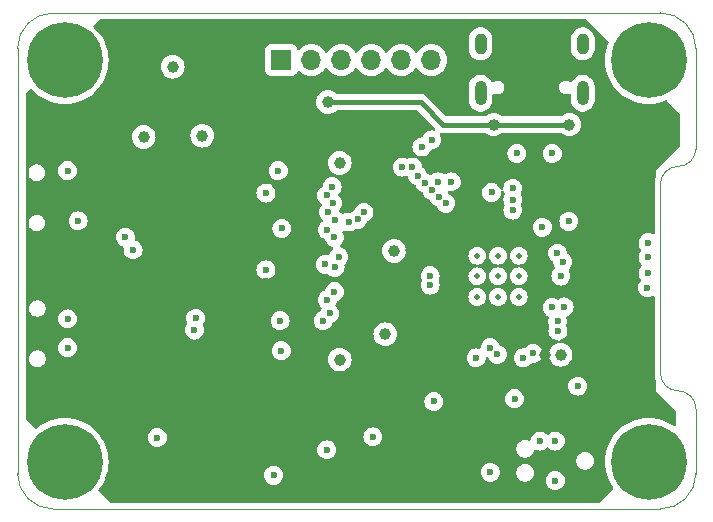
<source format=gbr>
%TF.GenerationSoftware,KiCad,Pcbnew,8.0.1-rc1*%
%TF.CreationDate,2024-04-16T22:30:49-06:00*%
%TF.ProjectId,bitaxe-ESP-OLED,62697461-7865-42d4-9553-502d4f4c4544,rev?*%
%TF.SameCoordinates,Original*%
%TF.FileFunction,Copper,L2,Inr*%
%TF.FilePolarity,Positive*%
%FSLAX46Y46*%
G04 Gerber Fmt 4.6, Leading zero omitted, Abs format (unit mm)*
G04 Created by KiCad (PCBNEW 8.0.1-rc1) date 2024-04-16 22:30:49*
%MOMM*%
%LPD*%
G01*
G04 APERTURE LIST*
%TA.AperFunction,ComponentPad*%
%ADD10C,0.800000*%
%TD*%
%TA.AperFunction,ComponentPad*%
%ADD11C,6.400000*%
%TD*%
%TA.AperFunction,ComponentPad*%
%ADD12O,1.000000X1.800000*%
%TD*%
%TA.AperFunction,ComponentPad*%
%ADD13O,1.000000X2.100000*%
%TD*%
%TA.AperFunction,HeatsinkPad*%
%ADD14C,0.500000*%
%TD*%
%TA.AperFunction,ComponentPad*%
%ADD15R,1.700000X1.700000*%
%TD*%
%TA.AperFunction,ComponentPad*%
%ADD16O,1.700000X1.700000*%
%TD*%
%TA.AperFunction,ViaPad*%
%ADD17C,0.600000*%
%TD*%
%TA.AperFunction,ViaPad*%
%ADD18C,1.000000*%
%TD*%
%TA.AperFunction,Conductor*%
%ADD19C,0.400000*%
%TD*%
%TA.AperFunction,Profile*%
%ADD20C,0.100000*%
%TD*%
G04 APERTURE END LIST*
D10*
%TO.N,N/C*%
%TO.C,H1*%
X131173000Y-66000000D03*
X131875944Y-64302944D03*
X131875944Y-67697056D03*
X133573000Y-63600000D03*
D11*
X133573000Y-66000000D03*
D10*
X133573000Y-68400000D03*
X135270056Y-64302944D03*
X135270056Y-67697056D03*
X135973000Y-66000000D03*
%TD*%
%TO.N,N/C*%
%TO.C,H3*%
X131173000Y-100000000D03*
X131875944Y-98302944D03*
X131875944Y-101697056D03*
X133573000Y-97600000D03*
D11*
X133573000Y-100000000D03*
D10*
X133573000Y-102400000D03*
X135270056Y-98302944D03*
X135270056Y-101697056D03*
X135973000Y-100000000D03*
%TD*%
%TO.N,N/C*%
%TO.C,H2*%
X180600000Y-66000000D03*
X181302944Y-64302944D03*
X181302944Y-67697056D03*
X183000000Y-63600000D03*
D11*
X183000000Y-66000000D03*
D10*
X183000000Y-68400000D03*
X184697056Y-64302944D03*
X184697056Y-67697056D03*
X185400000Y-66000000D03*
%TD*%
%TO.N,N/C*%
%TO.C,H4*%
X180600000Y-100000000D03*
X181302944Y-98302944D03*
X181302944Y-101697056D03*
X183000000Y-97600000D03*
D11*
X183000000Y-100000000D03*
D10*
X183000000Y-102400000D03*
X184697056Y-98302944D03*
X184697056Y-101697056D03*
X185400000Y-100000000D03*
%TD*%
D12*
%TO.N,GND*%
%TO.C,J2*%
X168780000Y-64625000D03*
D13*
X168780000Y-68805000D03*
D12*
X177420000Y-64625000D03*
D13*
X177420000Y-68805000D03*
%TD*%
D14*
%TO.N,GND*%
%TO.C,U2*%
X168500000Y-82550000D03*
X168500000Y-84300000D03*
X168500000Y-86050000D03*
X170250000Y-82550000D03*
X170250000Y-84300000D03*
X170250000Y-86050000D03*
X172000000Y-82550000D03*
X172000000Y-84300000D03*
X172000000Y-86050000D03*
%TD*%
D15*
%TO.N,/5V_BAP*%
%TO.C,J1*%
X151900000Y-66000000D03*
D16*
%TO.N,GND*%
X154440000Y-66000000D03*
%TO.N,/BAP_TX*%
X156980000Y-66000000D03*
%TO.N,/BAP_RX*%
X159520000Y-66000000D03*
%TO.N,/GPIO1*%
X162060000Y-66000000D03*
%TO.N,/GPIO2*%
X164600000Y-66000000D03*
%TD*%
D17*
%TO.N,/LCD_BLK*%
X144550000Y-88850000D03*
X177000000Y-93600000D03*
%TO.N,/TP_RESET*%
X174000000Y-80150000D03*
%TO.N,/BAP_RX*%
X164650000Y-72750000D03*
%TO.N,/BAP_TX*%
X163800000Y-73350000D03*
X165200000Y-76300000D03*
%TO.N,/BAP_RX*%
X166300000Y-76300000D03*
%TO.N,/P_RX*%
X173800000Y-98250000D03*
%TO.N,/P_TX*%
X175100000Y-98250000D03*
%TO.N,/3V3*%
X176350000Y-101600000D03*
%TO.N,GND*%
X175100000Y-101600000D03*
X134700000Y-79600000D03*
X150600000Y-77250000D03*
X164815000Y-94900000D03*
D18*
X145200000Y-72400000D03*
D17*
X169700000Y-77200000D03*
X151800000Y-88050000D03*
X155750000Y-99000000D03*
X171650000Y-94670000D03*
X159650000Y-97900000D03*
X141400000Y-97950000D03*
D18*
X140250000Y-72500000D03*
X142700000Y-66550000D03*
D17*
X133800000Y-75350000D03*
X174850000Y-73900000D03*
X171850000Y-73900000D03*
X151950000Y-80250000D03*
X182900000Y-85250000D03*
X144650000Y-87850000D03*
D18*
X156850000Y-74700000D03*
D17*
X176250000Y-79650000D03*
X168400000Y-91200000D03*
X133800000Y-90350000D03*
X151650000Y-75350000D03*
D18*
X175550000Y-90950000D03*
X160700000Y-89200000D03*
D17*
X133800000Y-87900000D03*
D18*
X156850000Y-91350000D03*
D17*
X150600000Y-83750000D03*
D18*
X161450000Y-82150000D03*
D17*
X151900000Y-90600000D03*
D18*
%TO.N,/VBUS*%
X176300000Y-71450000D03*
X169900000Y-71450000D03*
X155850000Y-69550000D03*
D17*
%TO.N,/RESET*%
X164500000Y-85050000D03*
X139350000Y-82050000D03*
%TO.N,/UI1*%
X151250000Y-101150000D03*
%TO.N,/UI2*%
X169600000Y-100900000D03*
%TO.N,/3V3*%
X137200000Y-76700000D03*
X155220000Y-102500000D03*
D18*
X162850000Y-82100000D03*
X174250000Y-91000000D03*
X165005971Y-88950000D03*
D17*
X150600000Y-84700000D03*
D18*
X144650000Y-77900000D03*
D17*
X150550000Y-76250000D03*
X156250000Y-95450000D03*
D18*
X143500000Y-77900000D03*
D17*
X135250000Y-87200000D03*
D18*
X164900000Y-91450000D03*
D17*
X147300000Y-94550000D03*
X168800000Y-78800000D03*
%TO.N,/GPIO0*%
X164500000Y-84250000D03*
X138700000Y-81000000D03*
%TO.N,/I2C_SCL*%
X157600000Y-79699997D03*
X171500000Y-78700000D03*
%TO.N,/I2C_SCK*%
X158369222Y-79480223D03*
X171500000Y-77800000D03*
%TO.N,/TP_INT*%
X158900811Y-78882380D03*
X171500000Y-76850000D03*
%TO.N,/SPI_CS*%
X175739951Y-83075735D03*
X182950000Y-81450000D03*
%TO.N,/SPI_Q*%
X182950000Y-82700000D03*
X175574265Y-84275735D03*
%TO.N,/SPI_WP*%
X175284597Y-82349023D03*
X182950000Y-84000000D03*
%TO.N,/LCD_D5*%
X169591469Y-90346804D03*
X156400000Y-85600000D03*
%TO.N,/LCD_WR*%
X165250000Y-77550000D03*
X155874265Y-78874265D03*
%TO.N,/LCD_D2*%
X156750000Y-82650000D03*
X173217157Y-90832843D03*
%TO.N,/LCD_D3*%
X156450000Y-83550000D03*
X172400000Y-91200000D03*
%TO.N,/LCD_D4*%
X170191469Y-90906468D03*
X155607108Y-83292892D03*
%TO.N,/LCD_CS*%
X164050000Y-76400000D03*
X155750000Y-77450000D03*
%TO.N,/LCD_D0*%
X155800000Y-80350000D03*
X175299264Y-88099264D03*
%TO.N,/LCD_D6*%
X174838815Y-86937935D03*
X155800000Y-86300000D03*
%TO.N,/TP_RESET*%
X155450000Y-88050000D03*
%TO.N,/LCD_DC*%
X156250000Y-78100000D03*
X164650000Y-77000000D03*
%TO.N,/LCD_RD*%
X156450000Y-79550000D03*
X165825078Y-78115687D03*
%TO.N,/LCD_D1*%
X175323529Y-88923529D03*
X156400000Y-81000000D03*
%TO.N,/LCD_D7*%
X155988140Y-87450000D03*
X175850000Y-86900000D03*
%TO.N,/LCD_RES*%
X163450000Y-75800000D03*
X156200000Y-76700000D03*
%TO.N,/GPIO2*%
X163000000Y-75050000D03*
%TO.N,/GPIO1*%
X162150000Y-75050000D03*
%TD*%
D19*
%TO.N,/VBUS*%
X163700000Y-69550000D02*
X165600000Y-71450000D01*
X165600000Y-71450000D02*
X169900000Y-71450000D01*
X155850000Y-69550000D02*
X163700000Y-69550000D01*
X176300000Y-71450000D02*
X169900000Y-71450000D01*
%TD*%
%TA.AperFunction,Conductor*%
%TO.N,/3V3*%
G36*
X177715468Y-62528429D02*
G01*
X177736404Y-62545334D01*
X179574590Y-64393060D01*
X179607916Y-64454470D01*
X179602751Y-64524148D01*
X179602446Y-64524952D01*
X179475788Y-64854905D01*
X179375397Y-65229570D01*
X179375397Y-65229572D01*
X179314722Y-65612660D01*
X179294422Y-65999999D01*
X179294422Y-66000000D01*
X179314722Y-66387339D01*
X179326811Y-66463664D01*
X179375398Y-66770433D01*
X179402452Y-66871402D01*
X179475788Y-67145094D01*
X179614787Y-67507197D01*
X179790877Y-67852793D01*
X180002122Y-68178082D01*
X180002124Y-68178084D01*
X180246219Y-68479516D01*
X180520484Y-68753781D01*
X180638687Y-68849500D01*
X180821917Y-68997877D01*
X181147206Y-69209122D01*
X181147211Y-69209125D01*
X181492806Y-69385214D01*
X181854913Y-69524214D01*
X182229567Y-69624602D01*
X182612662Y-69685278D01*
X182978576Y-69704455D01*
X182999999Y-69705578D01*
X183000000Y-69705578D01*
X183000001Y-69705578D01*
X183020301Y-69704514D01*
X183387338Y-69685278D01*
X183770433Y-69624602D01*
X184145087Y-69524214D01*
X184456246Y-69404770D01*
X184525885Y-69399123D01*
X184587524Y-69432023D01*
X184588552Y-69433044D01*
X185613908Y-70463721D01*
X185647234Y-70525130D01*
X185650000Y-70551174D01*
X185650000Y-73248638D01*
X185630315Y-73315677D01*
X185613681Y-73336319D01*
X183650000Y-75299999D01*
X183650000Y-75714072D01*
X183640561Y-75761525D01*
X183601608Y-75855565D01*
X183601602Y-75855581D01*
X183533730Y-76108884D01*
X183532168Y-76120750D01*
X183499500Y-76368872D01*
X183499500Y-80625503D01*
X183479815Y-80692542D01*
X183427011Y-80738297D01*
X183357853Y-80748241D01*
X183309532Y-80730499D01*
X183299526Y-80724212D01*
X183129254Y-80664631D01*
X183129249Y-80664630D01*
X182950004Y-80644435D01*
X182949996Y-80644435D01*
X182770750Y-80664630D01*
X182770745Y-80664631D01*
X182600476Y-80724211D01*
X182447737Y-80820184D01*
X182320184Y-80947737D01*
X182224211Y-81100476D01*
X182164631Y-81270745D01*
X182164630Y-81270750D01*
X182144435Y-81449996D01*
X182144435Y-81450003D01*
X182164630Y-81629249D01*
X182164631Y-81629254D01*
X182224211Y-81799523D01*
X182320184Y-81952262D01*
X182355241Y-81987319D01*
X182388726Y-82048642D01*
X182383742Y-82118334D01*
X182355241Y-82162681D01*
X182320184Y-82197737D01*
X182224211Y-82350476D01*
X182164631Y-82520745D01*
X182164630Y-82520750D01*
X182144435Y-82699996D01*
X182144435Y-82700003D01*
X182164630Y-82879249D01*
X182164631Y-82879254D01*
X182224211Y-83049523D01*
X182320184Y-83202262D01*
X182380241Y-83262319D01*
X182413726Y-83323642D01*
X182408742Y-83393334D01*
X182380241Y-83437681D01*
X182320184Y-83497737D01*
X182224211Y-83650476D01*
X182164631Y-83820745D01*
X182164630Y-83820750D01*
X182144435Y-83999996D01*
X182144435Y-84000003D01*
X182164630Y-84179249D01*
X182164631Y-84179254D01*
X182224211Y-84349523D01*
X182320184Y-84502262D01*
X182330241Y-84512319D01*
X182363726Y-84573642D01*
X182358742Y-84643334D01*
X182330241Y-84687681D01*
X182270184Y-84747737D01*
X182174211Y-84900476D01*
X182114631Y-85070745D01*
X182114630Y-85070750D01*
X182094435Y-85249996D01*
X182094435Y-85250003D01*
X182114630Y-85429249D01*
X182114631Y-85429254D01*
X182174211Y-85599523D01*
X182174511Y-85600000D01*
X182270184Y-85752262D01*
X182397738Y-85879816D01*
X182460233Y-85919084D01*
X182510192Y-85950476D01*
X182550478Y-85975789D01*
X182696025Y-86026718D01*
X182720745Y-86035368D01*
X182720750Y-86035369D01*
X182899996Y-86055565D01*
X182900000Y-86055565D01*
X182900004Y-86055565D01*
X183079249Y-86035369D01*
X183079252Y-86035368D01*
X183079255Y-86035368D01*
X183249522Y-85975789D01*
X183309527Y-85938084D01*
X183376763Y-85919084D01*
X183443599Y-85939451D01*
X183488813Y-85992718D01*
X183499500Y-86043078D01*
X183499500Y-92631127D01*
X183521001Y-92794435D01*
X183533730Y-92891116D01*
X183554916Y-92970184D01*
X183601601Y-93144417D01*
X183640561Y-93238473D01*
X183650000Y-93285926D01*
X183650000Y-94000000D01*
X185263681Y-95613681D01*
X185297166Y-95675004D01*
X185300000Y-95701362D01*
X185300000Y-96852917D01*
X185280315Y-96919956D01*
X185227511Y-96965711D01*
X185158353Y-96975655D01*
X185108465Y-96956912D01*
X184852793Y-96790877D01*
X184507197Y-96614787D01*
X184145094Y-96475788D01*
X184145087Y-96475786D01*
X183770433Y-96375398D01*
X183770429Y-96375397D01*
X183770428Y-96375397D01*
X183387339Y-96314722D01*
X183000001Y-96294422D01*
X182999999Y-96294422D01*
X182612660Y-96314722D01*
X182229572Y-96375397D01*
X182229570Y-96375397D01*
X181854905Y-96475788D01*
X181492802Y-96614787D01*
X181147206Y-96790877D01*
X180821917Y-97002122D01*
X180520488Y-97246215D01*
X180520480Y-97246222D01*
X180246222Y-97520480D01*
X180246215Y-97520488D01*
X180002122Y-97821917D01*
X179790877Y-98147206D01*
X179614787Y-98492802D01*
X179475788Y-98854905D01*
X179375397Y-99229570D01*
X179375397Y-99229572D01*
X179314722Y-99612660D01*
X179294422Y-99999999D01*
X179294422Y-100000000D01*
X179314722Y-100387339D01*
X179367166Y-100718458D01*
X179375398Y-100770433D01*
X179458146Y-101079255D01*
X179475788Y-101145094D01*
X179614787Y-101507197D01*
X179790877Y-101852793D01*
X179990796Y-102160642D01*
X180010800Y-102227587D01*
X179991434Y-102294719D01*
X179974813Y-102315527D01*
X178836118Y-103462850D01*
X178774921Y-103496566D01*
X178748106Y-103499500D01*
X137510978Y-103499500D01*
X137443939Y-103479815D01*
X137423980Y-103463859D01*
X136450216Y-102505042D01*
X136416258Y-102443980D01*
X136420704Y-102374252D01*
X136440848Y-102338654D01*
X136570876Y-102178084D01*
X136782125Y-101852789D01*
X136958214Y-101507194D01*
X137095327Y-101150003D01*
X150444435Y-101150003D01*
X150464630Y-101329249D01*
X150464631Y-101329254D01*
X150524211Y-101499523D01*
X150587347Y-101600003D01*
X150620184Y-101652262D01*
X150747738Y-101779816D01*
X150900478Y-101875789D01*
X150930617Y-101886335D01*
X151070745Y-101935368D01*
X151070750Y-101935369D01*
X151249996Y-101955565D01*
X151250000Y-101955565D01*
X151250004Y-101955565D01*
X151429249Y-101935369D01*
X151429252Y-101935368D01*
X151429255Y-101935368D01*
X151599522Y-101875789D01*
X151752262Y-101779816D01*
X151879816Y-101652262D01*
X151975789Y-101499522D01*
X152035368Y-101329255D01*
X152039873Y-101289275D01*
X152055565Y-101150003D01*
X152055565Y-101149996D01*
X152035369Y-100970750D01*
X152035368Y-100970745D01*
X152010614Y-100900003D01*
X168794435Y-100900003D01*
X168814630Y-101079249D01*
X168814631Y-101079254D01*
X168874211Y-101249523D01*
X168970184Y-101402262D01*
X169097738Y-101529816D01*
X169250478Y-101625789D01*
X169328637Y-101653138D01*
X169420745Y-101685368D01*
X169420750Y-101685369D01*
X169599996Y-101705565D01*
X169600000Y-101705565D01*
X169600004Y-101705565D01*
X169779249Y-101685369D01*
X169779252Y-101685368D01*
X169779255Y-101685368D01*
X169949522Y-101625789D01*
X170102262Y-101529816D01*
X170229816Y-101402262D01*
X170325789Y-101249522D01*
X170385368Y-101079255D01*
X170393232Y-101009459D01*
X171799200Y-101009459D01*
X171827858Y-101153534D01*
X171827861Y-101153544D01*
X171884078Y-101289266D01*
X171884083Y-101289275D01*
X171965698Y-101411419D01*
X171965701Y-101411423D01*
X172069576Y-101515298D01*
X172069580Y-101515301D01*
X172191724Y-101596916D01*
X172191733Y-101596921D01*
X172199174Y-101600003D01*
X172327458Y-101653140D01*
X172471540Y-101681799D01*
X172471544Y-101681800D01*
X172471545Y-101681800D01*
X172618456Y-101681800D01*
X172618457Y-101681799D01*
X172762542Y-101653140D01*
X172890826Y-101600003D01*
X174294435Y-101600003D01*
X174314630Y-101779249D01*
X174314631Y-101779254D01*
X174374211Y-101949523D01*
X174470184Y-102102262D01*
X174597738Y-102229816D01*
X174750478Y-102325789D01*
X174787233Y-102338650D01*
X174920745Y-102385368D01*
X174920750Y-102385369D01*
X175099996Y-102405565D01*
X175100000Y-102405565D01*
X175100004Y-102405565D01*
X175279249Y-102385369D01*
X175279252Y-102385368D01*
X175279255Y-102385368D01*
X175449522Y-102325789D01*
X175602262Y-102229816D01*
X175729816Y-102102262D01*
X175825789Y-101949522D01*
X175885368Y-101779255D01*
X175893671Y-101705565D01*
X175905565Y-101600003D01*
X175905565Y-101599996D01*
X175885369Y-101420750D01*
X175885368Y-101420745D01*
X175882105Y-101411419D01*
X175825789Y-101250478D01*
X175825188Y-101249522D01*
X175729815Y-101097737D01*
X175602262Y-100970184D01*
X175449523Y-100874211D01*
X175279254Y-100814631D01*
X175279249Y-100814630D01*
X175100004Y-100794435D01*
X175099996Y-100794435D01*
X174920750Y-100814630D01*
X174920745Y-100814631D01*
X174750476Y-100874211D01*
X174597737Y-100970184D01*
X174470184Y-101097737D01*
X174374211Y-101250476D01*
X174314631Y-101420745D01*
X174314630Y-101420750D01*
X174294435Y-101599996D01*
X174294435Y-101600003D01*
X172890826Y-101600003D01*
X172898269Y-101596920D01*
X173020420Y-101515301D01*
X173124301Y-101411420D01*
X173205920Y-101289269D01*
X173262140Y-101153542D01*
X173290800Y-101009455D01*
X173290800Y-100862545D01*
X173262140Y-100718458D01*
X173205920Y-100582731D01*
X173205919Y-100582730D01*
X173205916Y-100582724D01*
X173124301Y-100460580D01*
X173124298Y-100460576D01*
X173020423Y-100356701D01*
X173020419Y-100356698D01*
X172898275Y-100275083D01*
X172898266Y-100275078D01*
X172762544Y-100218861D01*
X172762545Y-100218861D01*
X172762542Y-100218860D01*
X172762538Y-100218859D01*
X172762534Y-100218858D01*
X172618459Y-100190200D01*
X172618455Y-100190200D01*
X172471545Y-100190200D01*
X172471540Y-100190200D01*
X172327465Y-100218858D01*
X172327455Y-100218861D01*
X172191733Y-100275078D01*
X172191724Y-100275083D01*
X172069580Y-100356698D01*
X172069576Y-100356701D01*
X171965701Y-100460576D01*
X171965698Y-100460580D01*
X171884083Y-100582724D01*
X171884078Y-100582733D01*
X171827861Y-100718455D01*
X171827858Y-100718465D01*
X171799200Y-100862540D01*
X171799200Y-101009459D01*
X170393232Y-101009459D01*
X170405565Y-100900003D01*
X170405565Y-100899996D01*
X170385369Y-100720750D01*
X170385368Y-100720745D01*
X170366142Y-100665800D01*
X170325789Y-100550478D01*
X170229816Y-100397738D01*
X170102262Y-100270184D01*
X169949523Y-100174211D01*
X169779254Y-100114631D01*
X169779249Y-100114630D01*
X169600004Y-100094435D01*
X169599996Y-100094435D01*
X169420750Y-100114630D01*
X169420745Y-100114631D01*
X169250476Y-100174211D01*
X169097737Y-100270184D01*
X168970184Y-100397737D01*
X168874211Y-100550476D01*
X168814631Y-100720745D01*
X168814630Y-100720750D01*
X168794435Y-100899996D01*
X168794435Y-100900003D01*
X152010614Y-100900003D01*
X151997505Y-100862540D01*
X151975789Y-100800478D01*
X151956910Y-100770433D01*
X151936582Y-100738080D01*
X151879816Y-100647738D01*
X151752262Y-100520184D01*
X151657397Y-100460576D01*
X151599523Y-100424211D01*
X151429254Y-100364631D01*
X151429249Y-100364630D01*
X151250004Y-100344435D01*
X151249996Y-100344435D01*
X151070750Y-100364630D01*
X151070745Y-100364631D01*
X150900476Y-100424211D01*
X150747737Y-100520184D01*
X150620184Y-100647737D01*
X150524211Y-100800476D01*
X150464631Y-100970745D01*
X150464630Y-100970750D01*
X150444435Y-101149996D01*
X150444435Y-101150003D01*
X137095327Y-101150003D01*
X137097214Y-101145087D01*
X137197602Y-100770433D01*
X137258278Y-100387338D01*
X137278578Y-100000000D01*
X137278235Y-99993459D01*
X176879200Y-99993459D01*
X176907858Y-100137534D01*
X176907861Y-100137544D01*
X176964078Y-100273266D01*
X176964083Y-100273275D01*
X177045698Y-100395419D01*
X177045701Y-100395423D01*
X177149576Y-100499298D01*
X177149580Y-100499301D01*
X177271724Y-100580916D01*
X177271730Y-100580919D01*
X177271731Y-100580920D01*
X177407458Y-100637140D01*
X177551540Y-100665799D01*
X177551544Y-100665800D01*
X177551545Y-100665800D01*
X177698456Y-100665800D01*
X177698457Y-100665799D01*
X177842542Y-100637140D01*
X177978269Y-100580920D01*
X178100420Y-100499301D01*
X178204301Y-100395420D01*
X178285920Y-100273269D01*
X178342140Y-100137542D01*
X178370800Y-99993455D01*
X178370800Y-99846545D01*
X178342140Y-99702458D01*
X178285920Y-99566731D01*
X178285919Y-99566730D01*
X178285916Y-99566724D01*
X178204301Y-99444580D01*
X178204298Y-99444576D01*
X178100423Y-99340701D01*
X178100419Y-99340698D01*
X177978275Y-99259083D01*
X177978266Y-99259078D01*
X177842544Y-99202861D01*
X177842545Y-99202861D01*
X177842542Y-99202860D01*
X177842538Y-99202859D01*
X177842534Y-99202858D01*
X177698459Y-99174200D01*
X177698455Y-99174200D01*
X177551545Y-99174200D01*
X177551540Y-99174200D01*
X177407465Y-99202858D01*
X177407455Y-99202861D01*
X177271733Y-99259078D01*
X177271724Y-99259083D01*
X177149580Y-99340698D01*
X177149576Y-99340701D01*
X177045701Y-99444576D01*
X177045698Y-99444580D01*
X176964083Y-99566724D01*
X176964078Y-99566733D01*
X176907861Y-99702455D01*
X176907858Y-99702465D01*
X176879200Y-99846540D01*
X176879200Y-99993459D01*
X137278235Y-99993459D01*
X137258278Y-99612662D01*
X137197602Y-99229567D01*
X137136091Y-99000003D01*
X154944435Y-99000003D01*
X154964630Y-99179249D01*
X154964631Y-99179254D01*
X155024211Y-99349523D01*
X155042997Y-99379420D01*
X155120184Y-99502262D01*
X155247738Y-99629816D01*
X155400478Y-99725789D01*
X155570745Y-99785368D01*
X155570750Y-99785369D01*
X155749996Y-99805565D01*
X155750000Y-99805565D01*
X155750004Y-99805565D01*
X155929249Y-99785369D01*
X155929252Y-99785368D01*
X155929255Y-99785368D01*
X156099522Y-99725789D01*
X156252262Y-99629816D01*
X156379816Y-99502262D01*
X156475789Y-99349522D01*
X156535368Y-99179255D01*
X156535938Y-99174200D01*
X156555565Y-99000003D01*
X156555565Y-98999996D01*
X156553026Y-98977459D01*
X171799200Y-98977459D01*
X171827858Y-99121534D01*
X171827861Y-99121544D01*
X171884078Y-99257266D01*
X171884083Y-99257275D01*
X171965698Y-99379419D01*
X171965701Y-99379423D01*
X172069576Y-99483298D01*
X172069580Y-99483301D01*
X172191724Y-99564916D01*
X172191730Y-99564919D01*
X172191731Y-99564920D01*
X172327458Y-99621140D01*
X172471540Y-99649799D01*
X172471544Y-99649800D01*
X172471545Y-99649800D01*
X172618456Y-99649800D01*
X172618457Y-99649799D01*
X172762542Y-99621140D01*
X172898269Y-99564920D01*
X173020420Y-99483301D01*
X173124301Y-99379420D01*
X173205920Y-99257269D01*
X173262140Y-99121542D01*
X173273838Y-99062728D01*
X173306222Y-99000820D01*
X173366937Y-98966245D01*
X173436707Y-98969984D01*
X173449264Y-98975204D01*
X173450471Y-98975784D01*
X173450478Y-98975789D01*
X173620745Y-99035368D01*
X173620750Y-99035369D01*
X173799996Y-99055565D01*
X173800000Y-99055565D01*
X173800004Y-99055565D01*
X173979249Y-99035369D01*
X173979252Y-99035368D01*
X173979255Y-99035368D01*
X174149522Y-98975789D01*
X174302262Y-98879816D01*
X174362319Y-98819759D01*
X174423642Y-98786274D01*
X174493334Y-98791258D01*
X174537681Y-98819759D01*
X174597738Y-98879816D01*
X174750478Y-98975789D01*
X174920745Y-99035368D01*
X174920750Y-99035369D01*
X175099996Y-99055565D01*
X175100000Y-99055565D01*
X175100004Y-99055565D01*
X175279249Y-99035369D01*
X175279252Y-99035368D01*
X175279255Y-99035368D01*
X175449522Y-98975789D01*
X175602262Y-98879816D01*
X175729816Y-98752262D01*
X175825789Y-98599522D01*
X175885368Y-98429255D01*
X175885445Y-98428576D01*
X175905565Y-98250003D01*
X175905565Y-98249996D01*
X175885369Y-98070750D01*
X175885368Y-98070745D01*
X175825789Y-97900478D01*
X175729816Y-97747738D01*
X175602262Y-97620184D01*
X175491326Y-97550478D01*
X175449523Y-97524211D01*
X175279254Y-97464631D01*
X175279249Y-97464630D01*
X175100004Y-97444435D01*
X175099996Y-97444435D01*
X174920750Y-97464630D01*
X174920745Y-97464631D01*
X174750476Y-97524211D01*
X174597737Y-97620184D01*
X174537681Y-97680241D01*
X174476358Y-97713726D01*
X174406666Y-97708742D01*
X174362319Y-97680241D01*
X174302262Y-97620184D01*
X174149523Y-97524211D01*
X173979254Y-97464631D01*
X173979249Y-97464630D01*
X173800004Y-97444435D01*
X173799996Y-97444435D01*
X173620750Y-97464630D01*
X173620745Y-97464631D01*
X173450476Y-97524211D01*
X173297737Y-97620184D01*
X173170184Y-97747737D01*
X173074211Y-97900476D01*
X173014631Y-98070745D01*
X173014630Y-98070749D01*
X173009339Y-98117714D01*
X172982272Y-98182128D01*
X172924677Y-98221683D01*
X172854840Y-98223820D01*
X172838667Y-98218391D01*
X172762548Y-98186862D01*
X172762544Y-98186860D01*
X172762542Y-98186860D01*
X172762538Y-98186859D01*
X172762534Y-98186858D01*
X172618459Y-98158200D01*
X172618455Y-98158200D01*
X172471545Y-98158200D01*
X172471540Y-98158200D01*
X172327465Y-98186858D01*
X172327455Y-98186861D01*
X172191733Y-98243078D01*
X172191729Y-98243081D01*
X172069580Y-98324698D01*
X172069576Y-98324701D01*
X171965701Y-98428576D01*
X171965698Y-98428580D01*
X171884083Y-98550724D01*
X171884078Y-98550733D01*
X171827861Y-98686455D01*
X171827858Y-98686465D01*
X171799200Y-98830540D01*
X171799200Y-98977459D01*
X156553026Y-98977459D01*
X156535369Y-98820750D01*
X156535368Y-98820745D01*
X156523306Y-98786274D01*
X156475789Y-98650478D01*
X156379816Y-98497738D01*
X156252262Y-98370184D01*
X156099523Y-98274211D01*
X155929254Y-98214631D01*
X155929249Y-98214630D01*
X155750004Y-98194435D01*
X155749996Y-98194435D01*
X155570750Y-98214630D01*
X155570745Y-98214631D01*
X155400476Y-98274211D01*
X155247737Y-98370184D01*
X155120184Y-98497737D01*
X155024211Y-98650476D01*
X154964631Y-98820745D01*
X154964630Y-98820750D01*
X154944435Y-98999996D01*
X154944435Y-99000003D01*
X137136091Y-99000003D01*
X137097214Y-98854913D01*
X136958214Y-98492806D01*
X136782125Y-98147211D01*
X136770464Y-98129254D01*
X136654057Y-97950003D01*
X140594435Y-97950003D01*
X140614630Y-98129249D01*
X140614631Y-98129254D01*
X140674211Y-98299523D01*
X140690032Y-98324701D01*
X140770184Y-98452262D01*
X140897738Y-98579816D01*
X140970902Y-98625788D01*
X141010192Y-98650476D01*
X141050478Y-98675789D01*
X141135573Y-98705565D01*
X141220745Y-98735368D01*
X141220750Y-98735369D01*
X141399996Y-98755565D01*
X141400000Y-98755565D01*
X141400004Y-98755565D01*
X141579249Y-98735369D01*
X141579252Y-98735368D01*
X141579255Y-98735368D01*
X141749522Y-98675789D01*
X141902262Y-98579816D01*
X142029816Y-98452262D01*
X142125789Y-98299522D01*
X142185368Y-98129255D01*
X142185369Y-98129249D01*
X142205565Y-97950003D01*
X142205565Y-97949996D01*
X142199932Y-97900003D01*
X158844435Y-97900003D01*
X158864630Y-98079249D01*
X158864631Y-98079254D01*
X158924211Y-98249523D01*
X158963471Y-98312004D01*
X159020184Y-98402262D01*
X159147738Y-98529816D01*
X159300478Y-98625789D01*
X159443367Y-98675788D01*
X159470745Y-98685368D01*
X159470750Y-98685369D01*
X159649996Y-98705565D01*
X159650000Y-98705565D01*
X159650004Y-98705565D01*
X159829249Y-98685369D01*
X159829252Y-98685368D01*
X159829255Y-98685368D01*
X159999522Y-98625789D01*
X160152262Y-98529816D01*
X160279816Y-98402262D01*
X160375789Y-98249522D01*
X160435368Y-98079255D01*
X160435369Y-98079249D01*
X160455565Y-97900003D01*
X160455565Y-97899996D01*
X160435369Y-97720750D01*
X160435368Y-97720745D01*
X160375788Y-97550476D01*
X160279815Y-97397737D01*
X160152262Y-97270184D01*
X159999523Y-97174211D01*
X159829254Y-97114631D01*
X159829249Y-97114630D01*
X159650004Y-97094435D01*
X159649996Y-97094435D01*
X159470750Y-97114630D01*
X159470745Y-97114631D01*
X159300476Y-97174211D01*
X159147737Y-97270184D01*
X159020184Y-97397737D01*
X158924211Y-97550476D01*
X158864631Y-97720745D01*
X158864630Y-97720750D01*
X158844435Y-97899996D01*
X158844435Y-97900003D01*
X142199932Y-97900003D01*
X142185369Y-97770750D01*
X142185368Y-97770745D01*
X142125789Y-97600478D01*
X142029816Y-97447738D01*
X141902262Y-97320184D01*
X141822688Y-97270184D01*
X141749523Y-97224211D01*
X141579254Y-97164631D01*
X141579249Y-97164630D01*
X141400004Y-97144435D01*
X141399996Y-97144435D01*
X141220750Y-97164630D01*
X141220745Y-97164631D01*
X141050476Y-97224211D01*
X140897737Y-97320184D01*
X140770184Y-97447737D01*
X140674211Y-97600476D01*
X140614631Y-97770745D01*
X140614630Y-97770750D01*
X140594435Y-97949996D01*
X140594435Y-97950003D01*
X136654057Y-97950003D01*
X136570877Y-97821917D01*
X136456150Y-97680241D01*
X136326781Y-97520484D01*
X136052516Y-97246219D01*
X135990887Y-97196313D01*
X135751082Y-97002122D01*
X135425793Y-96790877D01*
X135080197Y-96614787D01*
X134718094Y-96475788D01*
X134718087Y-96475786D01*
X134343433Y-96375398D01*
X134343429Y-96375397D01*
X134343428Y-96375397D01*
X133960339Y-96314722D01*
X133573001Y-96294422D01*
X133572999Y-96294422D01*
X133185660Y-96314722D01*
X132802572Y-96375397D01*
X132802570Y-96375397D01*
X132427905Y-96475788D01*
X132065802Y-96614787D01*
X131720206Y-96790877D01*
X131394918Y-97002122D01*
X131188318Y-97169422D01*
X131123831Y-97196313D01*
X131055042Y-97184070D01*
X131023283Y-97161412D01*
X130287000Y-96436432D01*
X130253041Y-96375370D01*
X130250000Y-96348075D01*
X130250000Y-94900003D01*
X164009435Y-94900003D01*
X164029630Y-95079249D01*
X164029631Y-95079254D01*
X164089211Y-95249523D01*
X164137541Y-95326439D01*
X164185184Y-95402262D01*
X164312738Y-95529816D01*
X164465478Y-95625789D01*
X164635745Y-95685368D01*
X164635750Y-95685369D01*
X164814996Y-95705565D01*
X164815000Y-95705565D01*
X164815004Y-95705565D01*
X164994249Y-95685369D01*
X164994252Y-95685368D01*
X164994255Y-95685368D01*
X165164522Y-95625789D01*
X165317262Y-95529816D01*
X165444816Y-95402262D01*
X165540789Y-95249522D01*
X165600368Y-95079255D01*
X165607098Y-95019523D01*
X165620565Y-94900003D01*
X165620565Y-94899996D01*
X165600369Y-94720750D01*
X165600368Y-94720745D01*
X165582613Y-94670003D01*
X170844435Y-94670003D01*
X170864630Y-94849249D01*
X170864631Y-94849254D01*
X170924211Y-95019523D01*
X170980361Y-95108884D01*
X171020184Y-95172262D01*
X171147738Y-95299816D01*
X171238080Y-95356582D01*
X171257652Y-95368880D01*
X171300478Y-95395789D01*
X171470745Y-95455368D01*
X171470750Y-95455369D01*
X171649996Y-95475565D01*
X171650000Y-95475565D01*
X171650004Y-95475565D01*
X171829249Y-95455369D01*
X171829252Y-95455368D01*
X171829255Y-95455368D01*
X171999522Y-95395789D01*
X172152262Y-95299816D01*
X172279816Y-95172262D01*
X172375789Y-95019522D01*
X172435368Y-94849255D01*
X172449847Y-94720750D01*
X172455565Y-94670003D01*
X172455565Y-94669996D01*
X172435369Y-94490750D01*
X172435368Y-94490745D01*
X172375788Y-94320476D01*
X172318822Y-94229816D01*
X172279816Y-94167738D01*
X172152262Y-94040184D01*
X172088310Y-94000000D01*
X171999523Y-93944211D01*
X171829254Y-93884631D01*
X171829249Y-93884630D01*
X171650004Y-93864435D01*
X171649996Y-93864435D01*
X171470750Y-93884630D01*
X171470745Y-93884631D01*
X171300476Y-93944211D01*
X171147737Y-94040184D01*
X171020184Y-94167737D01*
X170924211Y-94320476D01*
X170864631Y-94490745D01*
X170864630Y-94490750D01*
X170844435Y-94669996D01*
X170844435Y-94670003D01*
X165582613Y-94670003D01*
X165540789Y-94550478D01*
X165444816Y-94397738D01*
X165317262Y-94270184D01*
X165253017Y-94229816D01*
X165164523Y-94174211D01*
X164994254Y-94114631D01*
X164994249Y-94114630D01*
X164815004Y-94094435D01*
X164814996Y-94094435D01*
X164635750Y-94114630D01*
X164635745Y-94114631D01*
X164465476Y-94174211D01*
X164312737Y-94270184D01*
X164185184Y-94397737D01*
X164089211Y-94550476D01*
X164029631Y-94720745D01*
X164029630Y-94720750D01*
X164009435Y-94899996D01*
X164009435Y-94900003D01*
X130250000Y-94900003D01*
X130250000Y-93600003D01*
X176194435Y-93600003D01*
X176214630Y-93779249D01*
X176214631Y-93779254D01*
X176274211Y-93949523D01*
X176305928Y-94000000D01*
X176370184Y-94102262D01*
X176497738Y-94229816D01*
X176561983Y-94270184D01*
X176642025Y-94320478D01*
X176650478Y-94325789D01*
X176820745Y-94385368D01*
X176820750Y-94385369D01*
X176999996Y-94405565D01*
X177000000Y-94405565D01*
X177000004Y-94405565D01*
X177179249Y-94385369D01*
X177179252Y-94385368D01*
X177179255Y-94385368D01*
X177349522Y-94325789D01*
X177502262Y-94229816D01*
X177629816Y-94102262D01*
X177725789Y-93949522D01*
X177785368Y-93779255D01*
X177785369Y-93779249D01*
X177805565Y-93600003D01*
X177805565Y-93599996D01*
X177785369Y-93420750D01*
X177785368Y-93420745D01*
X177738193Y-93285926D01*
X177725789Y-93250478D01*
X177629816Y-93097738D01*
X177502262Y-92970184D01*
X177349523Y-92874211D01*
X177179254Y-92814631D01*
X177179249Y-92814630D01*
X177000004Y-92794435D01*
X176999996Y-92794435D01*
X176820750Y-92814630D01*
X176820745Y-92814631D01*
X176650476Y-92874211D01*
X176497737Y-92970184D01*
X176370184Y-93097737D01*
X176274211Y-93250476D01*
X176214631Y-93420745D01*
X176214630Y-93420750D01*
X176194435Y-93599996D01*
X176194435Y-93600003D01*
X130250000Y-93600003D01*
X130250000Y-91343995D01*
X130549499Y-91343995D01*
X130576418Y-91479322D01*
X130576421Y-91479332D01*
X130629221Y-91606804D01*
X130629228Y-91606817D01*
X130705885Y-91721541D01*
X130705888Y-91721545D01*
X130803454Y-91819111D01*
X130803458Y-91819114D01*
X130918182Y-91895771D01*
X130918195Y-91895778D01*
X130990649Y-91925789D01*
X131045672Y-91948580D01*
X131045676Y-91948580D01*
X131045677Y-91948581D01*
X131181004Y-91975500D01*
X131181007Y-91975500D01*
X131318995Y-91975500D01*
X131420343Y-91955340D01*
X131454328Y-91948580D01*
X131581811Y-91895775D01*
X131696542Y-91819114D01*
X131794114Y-91721542D01*
X131870775Y-91606811D01*
X131923580Y-91479328D01*
X131937623Y-91408730D01*
X131950500Y-91343995D01*
X131950500Y-91206004D01*
X131923581Y-91070677D01*
X131923580Y-91070676D01*
X131923580Y-91070672D01*
X131899318Y-91012097D01*
X131870778Y-90943195D01*
X131870771Y-90943182D01*
X131794114Y-90828458D01*
X131794111Y-90828454D01*
X131696545Y-90730888D01*
X131696541Y-90730885D01*
X131581817Y-90654228D01*
X131581804Y-90654221D01*
X131454332Y-90601421D01*
X131454322Y-90601418D01*
X131318995Y-90574500D01*
X131318993Y-90574500D01*
X131181007Y-90574500D01*
X131181005Y-90574500D01*
X131045677Y-90601418D01*
X131045667Y-90601421D01*
X130918195Y-90654221D01*
X130918182Y-90654228D01*
X130803458Y-90730885D01*
X130803454Y-90730888D01*
X130705888Y-90828454D01*
X130705885Y-90828458D01*
X130629228Y-90943182D01*
X130629221Y-90943195D01*
X130576421Y-91070667D01*
X130576418Y-91070677D01*
X130549500Y-91206004D01*
X130549500Y-91206007D01*
X130549500Y-91343993D01*
X130549500Y-91343995D01*
X130549499Y-91343995D01*
X130250000Y-91343995D01*
X130250000Y-90350003D01*
X132994435Y-90350003D01*
X133014630Y-90529249D01*
X133014631Y-90529254D01*
X133074211Y-90699523D01*
X133131981Y-90791462D01*
X133170184Y-90852262D01*
X133297738Y-90979816D01*
X133362876Y-91020745D01*
X133445391Y-91072593D01*
X133450478Y-91075789D01*
X133559119Y-91113804D01*
X133620745Y-91135368D01*
X133620750Y-91135369D01*
X133799996Y-91155565D01*
X133800000Y-91155565D01*
X133800004Y-91155565D01*
X133979249Y-91135369D01*
X133979252Y-91135368D01*
X133979255Y-91135368D01*
X134149522Y-91075789D01*
X134302262Y-90979816D01*
X134429816Y-90852262D01*
X134525789Y-90699522D01*
X134560612Y-90600003D01*
X151094435Y-90600003D01*
X151114630Y-90779249D01*
X151114631Y-90779254D01*
X151174211Y-90949523D01*
X151250335Y-91070672D01*
X151270184Y-91102262D01*
X151397738Y-91229816D01*
X151550478Y-91325789D01*
X151703258Y-91379249D01*
X151720745Y-91385368D01*
X151720750Y-91385369D01*
X151899996Y-91405565D01*
X151900000Y-91405565D01*
X151900004Y-91405565D01*
X152079249Y-91385369D01*
X152079252Y-91385368D01*
X152079255Y-91385368D01*
X152180331Y-91350000D01*
X155844659Y-91350000D01*
X155863975Y-91546129D01*
X155867768Y-91558632D01*
X155917186Y-91721542D01*
X155921188Y-91734733D01*
X156014086Y-91908532D01*
X156014090Y-91908539D01*
X156139116Y-92060883D01*
X156291460Y-92185909D01*
X156291467Y-92185913D01*
X156465266Y-92278811D01*
X156465269Y-92278811D01*
X156465273Y-92278814D01*
X156653868Y-92336024D01*
X156850000Y-92355341D01*
X157046132Y-92336024D01*
X157234727Y-92278814D01*
X157408538Y-92185910D01*
X157560883Y-92060883D01*
X157685910Y-91908538D01*
X157733710Y-91819111D01*
X157778811Y-91734733D01*
X157778811Y-91734732D01*
X157778814Y-91734727D01*
X157836024Y-91546132D01*
X157855341Y-91350000D01*
X157840568Y-91200003D01*
X167594435Y-91200003D01*
X167614630Y-91379249D01*
X167614631Y-91379254D01*
X167674211Y-91549523D01*
X167770184Y-91702262D01*
X167897738Y-91829816D01*
X167975713Y-91878811D01*
X168023013Y-91908532D01*
X168050478Y-91925789D01*
X168115611Y-91948580D01*
X168220745Y-91985368D01*
X168220750Y-91985369D01*
X168399996Y-92005565D01*
X168400000Y-92005565D01*
X168400004Y-92005565D01*
X168579249Y-91985369D01*
X168579252Y-91985368D01*
X168579255Y-91985368D01*
X168749522Y-91925789D01*
X168902262Y-91829816D01*
X169029816Y-91702262D01*
X169125789Y-91549522D01*
X169185368Y-91379255D01*
X169190343Y-91335105D01*
X169199256Y-91255991D01*
X169203321Y-91219910D01*
X169230387Y-91155498D01*
X169287981Y-91115943D01*
X169357818Y-91113804D01*
X169417725Y-91149762D01*
X169443582Y-91192839D01*
X169465680Y-91255991D01*
X169465681Y-91255992D01*
X169515391Y-91335105D01*
X169561653Y-91408730D01*
X169689207Y-91536284D01*
X169710277Y-91549523D01*
X169819594Y-91618212D01*
X169841947Y-91632257D01*
X170003801Y-91688892D01*
X170012214Y-91691836D01*
X170012219Y-91691837D01*
X170191465Y-91712033D01*
X170191469Y-91712033D01*
X170191473Y-91712033D01*
X170370718Y-91691837D01*
X170370721Y-91691836D01*
X170370724Y-91691836D01*
X170540991Y-91632257D01*
X170693731Y-91536284D01*
X170821285Y-91408730D01*
X170917258Y-91255990D01*
X170936849Y-91200003D01*
X171594435Y-91200003D01*
X171614630Y-91379249D01*
X171614631Y-91379254D01*
X171674211Y-91549523D01*
X171770184Y-91702262D01*
X171897738Y-91829816D01*
X171975713Y-91878811D01*
X172023013Y-91908532D01*
X172050478Y-91925789D01*
X172115611Y-91948580D01*
X172220745Y-91985368D01*
X172220750Y-91985369D01*
X172399996Y-92005565D01*
X172400000Y-92005565D01*
X172400004Y-92005565D01*
X172579249Y-91985369D01*
X172579252Y-91985368D01*
X172579255Y-91985368D01*
X172749522Y-91925789D01*
X172902262Y-91829816D01*
X173029816Y-91702262D01*
X173038219Y-91688888D01*
X173090548Y-91642599D01*
X173157094Y-91631640D01*
X173217157Y-91638408D01*
X173217161Y-91638408D01*
X173396406Y-91618212D01*
X173396409Y-91618211D01*
X173396412Y-91618211D01*
X173566679Y-91558632D01*
X173719419Y-91462659D01*
X173846973Y-91335105D01*
X173942946Y-91182365D01*
X174002525Y-91012098D01*
X174002526Y-91012092D01*
X174022722Y-90832846D01*
X174022722Y-90832839D01*
X174002526Y-90653593D01*
X174002525Y-90653588D01*
X173971620Y-90565266D01*
X173942946Y-90483321D01*
X173846973Y-90330581D01*
X173719419Y-90203027D01*
X173692359Y-90186024D01*
X173566680Y-90107054D01*
X173396411Y-90047474D01*
X173396406Y-90047473D01*
X173217161Y-90027278D01*
X173217153Y-90027278D01*
X173037907Y-90047473D01*
X173037902Y-90047474D01*
X172867633Y-90107054D01*
X172714894Y-90203027D01*
X172587343Y-90330578D01*
X172587339Y-90330584D01*
X172578934Y-90343959D01*
X172526597Y-90390247D01*
X172460062Y-90401202D01*
X172400000Y-90394435D01*
X172399998Y-90394435D01*
X172399996Y-90394435D01*
X172220750Y-90414630D01*
X172220745Y-90414631D01*
X172050476Y-90474211D01*
X171897737Y-90570184D01*
X171770184Y-90697737D01*
X171674211Y-90850476D01*
X171614631Y-91020745D01*
X171614630Y-91020750D01*
X171594435Y-91199996D01*
X171594435Y-91200003D01*
X170936849Y-91200003D01*
X170976837Y-91085723D01*
X170976838Y-91085717D01*
X170997034Y-90906471D01*
X170997034Y-90906464D01*
X170976838Y-90727218D01*
X170976837Y-90727213D01*
X170967148Y-90699523D01*
X170917258Y-90556946D01*
X170821285Y-90404206D01*
X170693731Y-90276652D01*
X170540992Y-90180679D01*
X170415532Y-90136779D01*
X170358756Y-90096057D01*
X170339445Y-90060690D01*
X170317258Y-89997282D01*
X170317258Y-89997281D01*
X170239927Y-89874211D01*
X170221285Y-89844542D01*
X170093731Y-89716988D01*
X170080854Y-89708897D01*
X169940992Y-89621015D01*
X169770723Y-89561435D01*
X169770718Y-89561434D01*
X169591473Y-89541239D01*
X169591465Y-89541239D01*
X169412219Y-89561434D01*
X169412214Y-89561435D01*
X169241945Y-89621015D01*
X169089206Y-89716988D01*
X168961653Y-89844541D01*
X168865680Y-89997280D01*
X168806100Y-90167549D01*
X168806099Y-90167553D01*
X168788122Y-90327112D01*
X168761055Y-90391526D01*
X168703461Y-90431081D01*
X168633624Y-90433218D01*
X168623948Y-90430270D01*
X168579257Y-90414632D01*
X168579249Y-90414630D01*
X168400004Y-90394435D01*
X168399996Y-90394435D01*
X168220750Y-90414630D01*
X168220745Y-90414631D01*
X168050476Y-90474211D01*
X167897737Y-90570184D01*
X167770184Y-90697737D01*
X167674211Y-90850476D01*
X167614631Y-91020745D01*
X167614630Y-91020750D01*
X167594435Y-91199996D01*
X167594435Y-91200003D01*
X157840568Y-91200003D01*
X157836024Y-91153868D01*
X157778814Y-90965273D01*
X157778811Y-90965269D01*
X157778811Y-90965266D01*
X157685913Y-90791467D01*
X157685909Y-90791460D01*
X157560883Y-90639116D01*
X157408539Y-90514090D01*
X157408532Y-90514086D01*
X157234733Y-90421188D01*
X157234727Y-90421186D01*
X157046132Y-90363976D01*
X157046129Y-90363975D01*
X156850000Y-90344659D01*
X156653870Y-90363975D01*
X156465266Y-90421188D01*
X156291467Y-90514086D01*
X156291460Y-90514090D01*
X156139116Y-90639116D01*
X156014090Y-90791460D01*
X156014086Y-90791467D01*
X155921188Y-90965266D01*
X155863975Y-91153870D01*
X155844659Y-91350000D01*
X152180331Y-91350000D01*
X152249522Y-91325789D01*
X152402262Y-91229816D01*
X152529816Y-91102262D01*
X152625789Y-90949522D01*
X152685368Y-90779255D01*
X152685369Y-90779249D01*
X152705565Y-90600003D01*
X152705565Y-90599996D01*
X152685369Y-90420750D01*
X152685368Y-90420745D01*
X152652604Y-90327112D01*
X152625789Y-90250478D01*
X152618650Y-90239117D01*
X152581931Y-90180679D01*
X152529816Y-90097738D01*
X152402262Y-89970184D01*
X152392382Y-89963976D01*
X152249523Y-89874211D01*
X152079254Y-89814631D01*
X152079249Y-89814630D01*
X151900004Y-89794435D01*
X151899996Y-89794435D01*
X151720750Y-89814630D01*
X151720745Y-89814631D01*
X151550476Y-89874211D01*
X151397737Y-89970184D01*
X151270184Y-90097737D01*
X151174211Y-90250476D01*
X151114631Y-90420745D01*
X151114630Y-90420750D01*
X151094435Y-90599996D01*
X151094435Y-90600003D01*
X134560612Y-90600003D01*
X134585368Y-90529255D01*
X134587077Y-90514086D01*
X134605565Y-90350003D01*
X134605565Y-90349996D01*
X134585369Y-90170750D01*
X134585368Y-90170745D01*
X134567580Y-90119910D01*
X134525789Y-90000478D01*
X134429816Y-89847738D01*
X134302262Y-89720184D01*
X134297176Y-89716988D01*
X134149523Y-89624211D01*
X133979254Y-89564631D01*
X133979249Y-89564630D01*
X133800004Y-89544435D01*
X133799996Y-89544435D01*
X133620750Y-89564630D01*
X133620745Y-89564631D01*
X133450476Y-89624211D01*
X133297737Y-89720184D01*
X133170184Y-89847737D01*
X133074211Y-90000476D01*
X133014631Y-90170745D01*
X133014630Y-90170750D01*
X132994435Y-90349996D01*
X132994435Y-90350003D01*
X130250000Y-90350003D01*
X130250000Y-88850003D01*
X143744435Y-88850003D01*
X143764630Y-89029249D01*
X143764631Y-89029254D01*
X143824211Y-89199523D01*
X143824511Y-89200000D01*
X143920184Y-89352262D01*
X144047738Y-89479816D01*
X144138080Y-89536582D01*
X144182721Y-89564632D01*
X144200478Y-89575789D01*
X144338860Y-89624211D01*
X144370745Y-89635368D01*
X144370750Y-89635369D01*
X144549996Y-89655565D01*
X144550000Y-89655565D01*
X144550004Y-89655565D01*
X144729249Y-89635369D01*
X144729252Y-89635368D01*
X144729255Y-89635368D01*
X144899522Y-89575789D01*
X145052262Y-89479816D01*
X145179816Y-89352262D01*
X145275489Y-89200000D01*
X159694659Y-89200000D01*
X159713975Y-89396129D01*
X159713976Y-89396132D01*
X159768474Y-89575788D01*
X159771188Y-89584733D01*
X159864086Y-89758532D01*
X159864090Y-89758539D01*
X159989116Y-89910883D01*
X160141460Y-90035909D01*
X160141467Y-90035913D01*
X160315266Y-90128811D01*
X160315269Y-90128811D01*
X160315273Y-90128814D01*
X160503868Y-90186024D01*
X160700000Y-90205341D01*
X160896132Y-90186024D01*
X161084727Y-90128814D01*
X161101386Y-90119910D01*
X161258532Y-90035913D01*
X161258538Y-90035910D01*
X161410883Y-89910883D01*
X161535910Y-89758538D01*
X161628814Y-89584727D01*
X161686024Y-89396132D01*
X161705341Y-89200000D01*
X161686024Y-89003868D01*
X161628814Y-88815273D01*
X161628811Y-88815269D01*
X161628811Y-88815266D01*
X161535913Y-88641467D01*
X161535909Y-88641460D01*
X161410883Y-88489116D01*
X161258539Y-88364090D01*
X161258532Y-88364086D01*
X161084733Y-88271188D01*
X161084727Y-88271186D01*
X160896132Y-88213976D01*
X160896129Y-88213975D01*
X160700000Y-88194659D01*
X160503870Y-88213975D01*
X160315266Y-88271188D01*
X160141467Y-88364086D01*
X160141460Y-88364090D01*
X159989116Y-88489116D01*
X159864090Y-88641460D01*
X159864086Y-88641467D01*
X159771188Y-88815266D01*
X159713975Y-89003870D01*
X159694659Y-89200000D01*
X145275489Y-89200000D01*
X145275789Y-89199522D01*
X145335368Y-89029255D01*
X145335369Y-89029249D01*
X145355565Y-88850003D01*
X145355565Y-88849996D01*
X145335369Y-88670750D01*
X145335368Y-88670745D01*
X145319637Y-88625788D01*
X145275789Y-88500478D01*
X145272286Y-88494903D01*
X145253284Y-88427666D01*
X145273650Y-88360831D01*
X145279512Y-88352745D01*
X145279814Y-88352263D01*
X145279816Y-88352262D01*
X145375789Y-88199522D01*
X145428108Y-88050003D01*
X150994435Y-88050003D01*
X151014630Y-88229249D01*
X151014631Y-88229254D01*
X151074211Y-88399523D01*
X151137645Y-88500477D01*
X151170184Y-88552262D01*
X151297738Y-88679816D01*
X151450478Y-88775789D01*
X151563297Y-88815266D01*
X151620745Y-88835368D01*
X151620750Y-88835369D01*
X151799996Y-88855565D01*
X151800000Y-88855565D01*
X151800004Y-88855565D01*
X151979249Y-88835369D01*
X151979252Y-88835368D01*
X151979255Y-88835368D01*
X152149522Y-88775789D01*
X152302262Y-88679816D01*
X152429816Y-88552262D01*
X152525789Y-88399522D01*
X152585368Y-88229255D01*
X152587441Y-88210857D01*
X152605565Y-88050003D01*
X154644435Y-88050003D01*
X154664630Y-88229249D01*
X154664631Y-88229254D01*
X154724211Y-88399523D01*
X154787645Y-88500477D01*
X154820184Y-88552262D01*
X154947738Y-88679816D01*
X155100478Y-88775789D01*
X155213297Y-88815266D01*
X155270745Y-88835368D01*
X155270750Y-88835369D01*
X155449996Y-88855565D01*
X155450000Y-88855565D01*
X155450004Y-88855565D01*
X155629249Y-88835369D01*
X155629252Y-88835368D01*
X155629255Y-88835368D01*
X155799522Y-88775789D01*
X155952262Y-88679816D01*
X156079816Y-88552262D01*
X156175789Y-88399522D01*
X156222692Y-88265478D01*
X156263412Y-88208705D01*
X156298775Y-88189395D01*
X156337662Y-88175789D01*
X156490402Y-88079816D01*
X156617956Y-87952262D01*
X156713929Y-87799522D01*
X156773508Y-87629255D01*
X156773899Y-87625789D01*
X156793705Y-87450003D01*
X156793705Y-87449996D01*
X156773509Y-87270750D01*
X156773508Y-87270745D01*
X156759017Y-87229332D01*
X156713929Y-87100478D01*
X156709855Y-87093995D01*
X156629015Y-86965338D01*
X156617956Y-86947738D01*
X156608156Y-86937938D01*
X174033250Y-86937938D01*
X174053445Y-87117184D01*
X174053446Y-87117189D01*
X174113026Y-87287458D01*
X174182320Y-87397738D01*
X174208999Y-87440197D01*
X174336553Y-87567751D01*
X174425135Y-87623411D01*
X174495189Y-87667429D01*
X174494194Y-87669011D01*
X174539107Y-87709555D01*
X174557426Y-87776980D01*
X174550494Y-87815416D01*
X174513896Y-87920006D01*
X174513894Y-87920014D01*
X174493699Y-88099260D01*
X174493699Y-88099267D01*
X174513894Y-88278513D01*
X174513897Y-88278526D01*
X174573473Y-88448782D01*
X174573477Y-88448791D01*
X174585433Y-88467819D01*
X174604433Y-88535056D01*
X174597481Y-88574744D01*
X174538161Y-88744271D01*
X174538159Y-88744279D01*
X174517964Y-88923525D01*
X174517964Y-88923532D01*
X174538159Y-89102778D01*
X174538160Y-89102783D01*
X174597740Y-89273052D01*
X174675075Y-89396129D01*
X174693713Y-89425791D01*
X174821267Y-89553345D01*
X174871211Y-89584727D01*
X174951805Y-89635368D01*
X174974007Y-89649318D01*
X175129785Y-89703827D01*
X175144274Y-89708897D01*
X175144279Y-89708898D01*
X175257290Y-89721630D01*
X175312703Y-89727874D01*
X175377117Y-89754940D01*
X175416672Y-89812535D01*
X175418810Y-89882372D01*
X175382852Y-89942278D01*
X175334816Y-89969754D01*
X175165271Y-90021186D01*
X174991467Y-90114086D01*
X174991460Y-90114090D01*
X174839116Y-90239116D01*
X174714090Y-90391460D01*
X174714086Y-90391467D01*
X174621188Y-90565266D01*
X174563975Y-90753870D01*
X174544659Y-90950000D01*
X174563975Y-91146129D01*
X174578144Y-91192839D01*
X174618474Y-91325788D01*
X174621188Y-91334733D01*
X174714086Y-91508532D01*
X174714090Y-91508539D01*
X174839116Y-91660883D01*
X174991460Y-91785909D01*
X174991467Y-91785913D01*
X175165266Y-91878811D01*
X175165269Y-91878811D01*
X175165273Y-91878814D01*
X175353868Y-91936024D01*
X175550000Y-91955341D01*
X175746132Y-91936024D01*
X175934727Y-91878814D01*
X176108538Y-91785910D01*
X176260883Y-91660883D01*
X176385910Y-91508538D01*
X176455016Y-91379250D01*
X176478811Y-91334733D01*
X176478811Y-91334732D01*
X176478814Y-91334727D01*
X176536024Y-91146132D01*
X176555341Y-90950000D01*
X176536024Y-90753868D01*
X176478814Y-90565273D01*
X176478811Y-90565269D01*
X176478811Y-90565266D01*
X176385913Y-90391467D01*
X176385909Y-90391460D01*
X176260883Y-90239116D01*
X176108539Y-90114090D01*
X176108532Y-90114086D01*
X175934733Y-90021188D01*
X175934727Y-90021186D01*
X175766597Y-89970184D01*
X175746129Y-89963975D01*
X175546073Y-89944272D01*
X175481286Y-89918111D01*
X175440927Y-89861077D01*
X175437810Y-89791277D01*
X175472925Y-89730872D01*
X175517273Y-89703827D01*
X175673051Y-89649318D01*
X175825791Y-89553345D01*
X175953345Y-89425791D01*
X176049318Y-89273051D01*
X176108897Y-89102784D01*
X176117182Y-89029254D01*
X176129094Y-88923532D01*
X176129094Y-88923525D01*
X176108898Y-88744279D01*
X176108897Y-88744274D01*
X176049317Y-88574004D01*
X176037359Y-88554974D01*
X176018358Y-88487738D01*
X176025309Y-88448052D01*
X176084632Y-88278519D01*
X176085458Y-88271188D01*
X176104829Y-88099267D01*
X176104829Y-88099260D01*
X176084633Y-87920014D01*
X176084630Y-87920001D01*
X176046398Y-87810742D01*
X176042835Y-87740964D01*
X176077564Y-87680336D01*
X176122483Y-87652745D01*
X176199522Y-87625789D01*
X176352262Y-87529816D01*
X176479816Y-87402262D01*
X176575789Y-87249522D01*
X176635368Y-87079255D01*
X176637016Y-87064630D01*
X176655565Y-86900003D01*
X176655565Y-86899996D01*
X176635369Y-86720750D01*
X176635368Y-86720745D01*
X176589062Y-86588411D01*
X176575789Y-86550478D01*
X176479816Y-86397738D01*
X176352262Y-86270184D01*
X176288017Y-86229816D01*
X176199523Y-86174211D01*
X176029254Y-86114631D01*
X176029249Y-86114630D01*
X175850004Y-86094435D01*
X175849996Y-86094435D01*
X175670750Y-86114630D01*
X175670745Y-86114631D01*
X175500476Y-86174211D01*
X175380192Y-86249791D01*
X175312955Y-86268791D01*
X175248247Y-86249790D01*
X175188339Y-86212146D01*
X175018069Y-86152566D01*
X175018064Y-86152565D01*
X174838819Y-86132370D01*
X174838811Y-86132370D01*
X174659565Y-86152565D01*
X174659560Y-86152566D01*
X174489291Y-86212146D01*
X174336552Y-86308119D01*
X174208999Y-86435672D01*
X174113026Y-86588411D01*
X174053446Y-86758680D01*
X174053445Y-86758685D01*
X174033250Y-86937931D01*
X174033250Y-86937938D01*
X156608156Y-86937938D01*
X156516202Y-86845984D01*
X156482717Y-86784661D01*
X156487701Y-86714969D01*
X156498890Y-86692330D01*
X156525789Y-86649522D01*
X156585368Y-86479255D01*
X156587907Y-86456712D01*
X156614973Y-86392300D01*
X156670174Y-86353553D01*
X156749522Y-86325789D01*
X156902262Y-86229816D01*
X157029816Y-86102262D01*
X157062653Y-86050002D01*
X167744751Y-86050002D01*
X167763685Y-86218056D01*
X167819545Y-86377694D01*
X167819547Y-86377697D01*
X167909518Y-86520884D01*
X167909523Y-86520890D01*
X168029109Y-86640476D01*
X168029115Y-86640481D01*
X168172302Y-86730452D01*
X168172305Y-86730454D01*
X168172309Y-86730455D01*
X168172310Y-86730456D01*
X168244913Y-86755860D01*
X168331943Y-86786314D01*
X168499997Y-86805249D01*
X168500000Y-86805249D01*
X168500003Y-86805249D01*
X168668056Y-86786314D01*
X168672780Y-86784661D01*
X168827690Y-86730456D01*
X168827692Y-86730454D01*
X168827694Y-86730454D01*
X168827697Y-86730452D01*
X168970884Y-86640481D01*
X168970885Y-86640480D01*
X168970890Y-86640477D01*
X169090477Y-86520890D01*
X169115612Y-86480888D01*
X169180452Y-86377697D01*
X169180454Y-86377694D01*
X169180454Y-86377692D01*
X169180456Y-86377690D01*
X169236313Y-86218059D01*
X169236313Y-86218058D01*
X169236314Y-86218056D01*
X169251780Y-86080791D01*
X169264556Y-86050385D01*
X169264174Y-86049613D01*
X169485443Y-86049613D01*
X169497140Y-86073281D01*
X169498220Y-86080791D01*
X169513685Y-86218056D01*
X169569545Y-86377694D01*
X169569547Y-86377697D01*
X169659518Y-86520884D01*
X169659523Y-86520890D01*
X169779109Y-86640476D01*
X169779115Y-86640481D01*
X169922302Y-86730452D01*
X169922305Y-86730454D01*
X169922309Y-86730455D01*
X169922310Y-86730456D01*
X169994913Y-86755860D01*
X170081943Y-86786314D01*
X170249997Y-86805249D01*
X170250000Y-86805249D01*
X170250003Y-86805249D01*
X170418056Y-86786314D01*
X170422780Y-86784661D01*
X170577690Y-86730456D01*
X170577692Y-86730454D01*
X170577694Y-86730454D01*
X170577697Y-86730452D01*
X170720884Y-86640481D01*
X170720885Y-86640480D01*
X170720890Y-86640477D01*
X170840477Y-86520890D01*
X170865612Y-86480888D01*
X170930452Y-86377697D01*
X170930454Y-86377694D01*
X170930454Y-86377692D01*
X170930456Y-86377690D01*
X170986313Y-86218059D01*
X170986313Y-86218058D01*
X170986314Y-86218056D01*
X171001780Y-86080791D01*
X171014556Y-86050385D01*
X171014174Y-86049613D01*
X171235443Y-86049613D01*
X171247140Y-86073281D01*
X171248220Y-86080791D01*
X171263685Y-86218056D01*
X171319545Y-86377694D01*
X171319547Y-86377697D01*
X171409518Y-86520884D01*
X171409523Y-86520890D01*
X171529109Y-86640476D01*
X171529115Y-86640481D01*
X171672302Y-86730452D01*
X171672305Y-86730454D01*
X171672309Y-86730455D01*
X171672310Y-86730456D01*
X171744913Y-86755860D01*
X171831943Y-86786314D01*
X171999997Y-86805249D01*
X172000000Y-86805249D01*
X172000003Y-86805249D01*
X172168056Y-86786314D01*
X172172780Y-86784661D01*
X172327690Y-86730456D01*
X172327692Y-86730454D01*
X172327694Y-86730454D01*
X172327697Y-86730452D01*
X172470884Y-86640481D01*
X172470885Y-86640480D01*
X172470890Y-86640477D01*
X172590477Y-86520890D01*
X172615612Y-86480888D01*
X172680452Y-86377697D01*
X172680454Y-86377694D01*
X172680454Y-86377692D01*
X172680456Y-86377690D01*
X172736313Y-86218059D01*
X172736313Y-86218058D01*
X172736314Y-86218056D01*
X172755249Y-86050002D01*
X172755249Y-86049997D01*
X172736314Y-85881943D01*
X172699169Y-85775788D01*
X172680456Y-85722310D01*
X172680455Y-85722309D01*
X172680454Y-85722305D01*
X172680452Y-85722302D01*
X172590481Y-85579115D01*
X172590476Y-85579109D01*
X172470890Y-85459523D01*
X172470884Y-85459518D01*
X172327697Y-85369547D01*
X172327694Y-85369545D01*
X172168056Y-85313685D01*
X172030791Y-85298220D01*
X172000385Y-85285443D01*
X171976718Y-85297140D01*
X171969208Y-85298220D01*
X171831943Y-85313685D01*
X171672305Y-85369545D01*
X171672302Y-85369547D01*
X171529115Y-85459518D01*
X171529109Y-85459523D01*
X171409523Y-85579109D01*
X171409518Y-85579115D01*
X171319547Y-85722302D01*
X171319545Y-85722305D01*
X171263685Y-85881943D01*
X171248220Y-86019208D01*
X171235443Y-86049613D01*
X171014174Y-86049613D01*
X171002860Y-86026718D01*
X171001780Y-86019208D01*
X170986314Y-85881943D01*
X170949169Y-85775788D01*
X170930456Y-85722310D01*
X170930455Y-85722309D01*
X170930454Y-85722305D01*
X170930452Y-85722302D01*
X170840481Y-85579115D01*
X170840476Y-85579109D01*
X170720890Y-85459523D01*
X170720884Y-85459518D01*
X170577697Y-85369547D01*
X170577694Y-85369545D01*
X170418056Y-85313685D01*
X170280791Y-85298220D01*
X170250385Y-85285443D01*
X170226718Y-85297140D01*
X170219208Y-85298220D01*
X170081943Y-85313685D01*
X169922305Y-85369545D01*
X169922302Y-85369547D01*
X169779115Y-85459518D01*
X169779109Y-85459523D01*
X169659523Y-85579109D01*
X169659518Y-85579115D01*
X169569547Y-85722302D01*
X169569545Y-85722305D01*
X169513685Y-85881943D01*
X169498220Y-86019208D01*
X169485443Y-86049613D01*
X169264174Y-86049613D01*
X169252860Y-86026718D01*
X169251780Y-86019208D01*
X169236314Y-85881943D01*
X169199169Y-85775788D01*
X169180456Y-85722310D01*
X169180455Y-85722309D01*
X169180454Y-85722305D01*
X169180452Y-85722302D01*
X169090481Y-85579115D01*
X169090476Y-85579109D01*
X168970890Y-85459523D01*
X168970884Y-85459518D01*
X168827697Y-85369547D01*
X168827694Y-85369545D01*
X168668056Y-85313685D01*
X168530791Y-85298220D01*
X168500385Y-85285443D01*
X168476718Y-85297140D01*
X168469208Y-85298220D01*
X168331943Y-85313685D01*
X168172305Y-85369545D01*
X168172302Y-85369547D01*
X168029115Y-85459518D01*
X168029109Y-85459523D01*
X167909523Y-85579109D01*
X167909518Y-85579115D01*
X167819547Y-85722302D01*
X167819545Y-85722305D01*
X167763685Y-85881943D01*
X167744751Y-86049997D01*
X167744751Y-86050002D01*
X157062653Y-86050002D01*
X157125789Y-85949522D01*
X157185368Y-85779255D01*
X157185759Y-85775788D01*
X157205565Y-85600003D01*
X157205565Y-85599996D01*
X157185369Y-85420750D01*
X157185368Y-85420745D01*
X157147906Y-85313685D01*
X157125789Y-85250478D01*
X157029816Y-85097738D01*
X156982081Y-85050003D01*
X163694435Y-85050003D01*
X163714630Y-85229249D01*
X163714631Y-85229254D01*
X163774211Y-85399523D01*
X163811909Y-85459518D01*
X163870184Y-85552262D01*
X163997738Y-85679816D01*
X164150478Y-85775789D01*
X164213202Y-85797737D01*
X164320745Y-85835368D01*
X164320750Y-85835369D01*
X164499996Y-85855565D01*
X164500000Y-85855565D01*
X164500004Y-85855565D01*
X164679249Y-85835369D01*
X164679252Y-85835368D01*
X164679255Y-85835368D01*
X164849522Y-85775789D01*
X165002262Y-85679816D01*
X165129816Y-85552262D01*
X165225789Y-85399522D01*
X165285368Y-85229255D01*
X165285369Y-85229249D01*
X165305565Y-85050003D01*
X165305565Y-85049996D01*
X165285369Y-84870750D01*
X165285366Y-84870737D01*
X165223489Y-84693905D01*
X165225637Y-84693153D01*
X165216035Y-84634872D01*
X165224392Y-84606411D01*
X165223489Y-84606095D01*
X165285366Y-84429262D01*
X165285369Y-84429249D01*
X165299932Y-84300002D01*
X167744751Y-84300002D01*
X167763685Y-84468056D01*
X167819545Y-84627694D01*
X167819547Y-84627697D01*
X167909518Y-84770884D01*
X167909523Y-84770890D01*
X168029109Y-84890476D01*
X168029115Y-84890481D01*
X168172302Y-84980452D01*
X168172305Y-84980454D01*
X168172309Y-84980455D01*
X168172310Y-84980456D01*
X168232516Y-85001523D01*
X168331943Y-85036314D01*
X168469208Y-85051780D01*
X168499613Y-85064556D01*
X168523281Y-85052860D01*
X168530791Y-85051780D01*
X168668056Y-85036314D01*
X168668059Y-85036313D01*
X168827690Y-84980456D01*
X168827692Y-84980454D01*
X168827694Y-84980454D01*
X168827697Y-84980452D01*
X168970884Y-84890481D01*
X168970885Y-84890480D01*
X168970890Y-84890477D01*
X169090477Y-84770890D01*
X169090481Y-84770884D01*
X169180452Y-84627697D01*
X169180454Y-84627694D01*
X169180454Y-84627692D01*
X169180456Y-84627690D01*
X169236313Y-84468059D01*
X169236313Y-84468058D01*
X169236314Y-84468056D01*
X169251780Y-84330791D01*
X169264556Y-84300385D01*
X169264174Y-84299613D01*
X169485443Y-84299613D01*
X169497140Y-84323281D01*
X169498220Y-84330791D01*
X169513685Y-84468056D01*
X169569545Y-84627694D01*
X169569547Y-84627697D01*
X169659518Y-84770884D01*
X169659523Y-84770890D01*
X169779109Y-84890476D01*
X169779115Y-84890481D01*
X169922302Y-84980452D01*
X169922305Y-84980454D01*
X169922309Y-84980455D01*
X169922310Y-84980456D01*
X169982516Y-85001523D01*
X170081943Y-85036314D01*
X170219208Y-85051780D01*
X170249613Y-85064556D01*
X170273281Y-85052860D01*
X170280791Y-85051780D01*
X170418056Y-85036314D01*
X170418059Y-85036313D01*
X170577690Y-84980456D01*
X170577692Y-84980454D01*
X170577694Y-84980454D01*
X170577697Y-84980452D01*
X170720884Y-84890481D01*
X170720885Y-84890480D01*
X170720890Y-84890477D01*
X170840477Y-84770890D01*
X170840481Y-84770884D01*
X170930452Y-84627697D01*
X170930454Y-84627694D01*
X170930454Y-84627692D01*
X170930456Y-84627690D01*
X170986313Y-84468059D01*
X170986313Y-84468058D01*
X170986314Y-84468056D01*
X171001780Y-84330791D01*
X171014556Y-84300385D01*
X171014174Y-84299613D01*
X171235443Y-84299613D01*
X171247140Y-84323281D01*
X171248220Y-84330791D01*
X171263685Y-84468056D01*
X171319545Y-84627694D01*
X171319547Y-84627697D01*
X171409518Y-84770884D01*
X171409523Y-84770890D01*
X171529109Y-84890476D01*
X171529115Y-84890481D01*
X171672302Y-84980452D01*
X171672305Y-84980454D01*
X171672309Y-84980455D01*
X171672310Y-84980456D01*
X171732516Y-85001523D01*
X171831943Y-85036314D01*
X171969208Y-85051780D01*
X171999613Y-85064556D01*
X172023281Y-85052860D01*
X172030791Y-85051780D01*
X172168056Y-85036314D01*
X172168059Y-85036313D01*
X172327690Y-84980456D01*
X172327692Y-84980454D01*
X172327694Y-84980454D01*
X172327697Y-84980452D01*
X172470884Y-84890481D01*
X172470885Y-84890480D01*
X172470890Y-84890477D01*
X172590477Y-84770890D01*
X172590481Y-84770884D01*
X172680452Y-84627697D01*
X172680454Y-84627694D01*
X172680454Y-84627692D01*
X172680456Y-84627690D01*
X172736313Y-84468059D01*
X172736313Y-84468058D01*
X172736314Y-84468056D01*
X172755249Y-84300002D01*
X172755249Y-84299997D01*
X172736314Y-84131943D01*
X172680454Y-83972305D01*
X172680452Y-83972302D01*
X172590481Y-83829115D01*
X172590476Y-83829109D01*
X172470890Y-83709523D01*
X172470884Y-83709518D01*
X172327697Y-83619547D01*
X172327694Y-83619545D01*
X172168056Y-83563685D01*
X172030791Y-83548220D01*
X172000385Y-83535443D01*
X171976718Y-83547140D01*
X171969208Y-83548220D01*
X171831943Y-83563685D01*
X171672305Y-83619545D01*
X171672302Y-83619547D01*
X171529115Y-83709518D01*
X171529109Y-83709523D01*
X171409523Y-83829109D01*
X171409518Y-83829115D01*
X171319547Y-83972302D01*
X171319545Y-83972305D01*
X171263685Y-84131943D01*
X171248220Y-84269208D01*
X171235443Y-84299613D01*
X171014174Y-84299613D01*
X171002860Y-84276718D01*
X171001780Y-84269208D01*
X170986314Y-84131943D01*
X170930454Y-83972305D01*
X170930452Y-83972302D01*
X170840481Y-83829115D01*
X170840476Y-83829109D01*
X170720890Y-83709523D01*
X170720884Y-83709518D01*
X170577697Y-83619547D01*
X170577694Y-83619545D01*
X170418056Y-83563685D01*
X170280791Y-83548220D01*
X170250385Y-83535443D01*
X170226718Y-83547140D01*
X170219208Y-83548220D01*
X170081943Y-83563685D01*
X169922305Y-83619545D01*
X169922302Y-83619547D01*
X169779115Y-83709518D01*
X169779109Y-83709523D01*
X169659523Y-83829109D01*
X169659518Y-83829115D01*
X169569547Y-83972302D01*
X169569545Y-83972305D01*
X169513685Y-84131943D01*
X169498220Y-84269208D01*
X169485443Y-84299613D01*
X169264174Y-84299613D01*
X169252860Y-84276718D01*
X169251780Y-84269208D01*
X169236314Y-84131943D01*
X169180454Y-83972305D01*
X169180452Y-83972302D01*
X169090481Y-83829115D01*
X169090476Y-83829109D01*
X168970890Y-83709523D01*
X168970884Y-83709518D01*
X168827697Y-83619547D01*
X168827694Y-83619545D01*
X168668056Y-83563685D01*
X168530791Y-83548220D01*
X168500385Y-83535443D01*
X168476718Y-83547140D01*
X168469208Y-83548220D01*
X168331943Y-83563685D01*
X168172305Y-83619545D01*
X168172302Y-83619547D01*
X168029115Y-83709518D01*
X168029109Y-83709523D01*
X167909523Y-83829109D01*
X167909518Y-83829115D01*
X167819547Y-83972302D01*
X167819545Y-83972305D01*
X167763685Y-84131943D01*
X167744751Y-84299997D01*
X167744751Y-84300002D01*
X165299932Y-84300002D01*
X165305565Y-84250003D01*
X165305565Y-84249996D01*
X165285369Y-84070750D01*
X165285368Y-84070745D01*
X165282572Y-84062754D01*
X165225789Y-83900478D01*
X165225188Y-83899522D01*
X165180945Y-83829109D01*
X165129816Y-83747738D01*
X165002262Y-83620184D01*
X164935122Y-83577997D01*
X164849523Y-83524211D01*
X164679254Y-83464631D01*
X164679249Y-83464630D01*
X164500004Y-83444435D01*
X164499996Y-83444435D01*
X164320750Y-83464630D01*
X164320745Y-83464631D01*
X164150476Y-83524211D01*
X163997737Y-83620184D01*
X163870184Y-83747737D01*
X163774211Y-83900476D01*
X163714631Y-84070745D01*
X163714630Y-84070750D01*
X163694435Y-84249996D01*
X163694435Y-84250003D01*
X163714630Y-84429249D01*
X163714633Y-84429262D01*
X163776510Y-84606094D01*
X163774364Y-84606844D01*
X163783962Y-84665144D01*
X163775609Y-84693590D01*
X163776510Y-84693906D01*
X163714633Y-84870737D01*
X163714630Y-84870750D01*
X163694435Y-85049996D01*
X163694435Y-85050003D01*
X156982081Y-85050003D01*
X156902262Y-84970184D01*
X156749523Y-84874211D01*
X156579254Y-84814631D01*
X156579249Y-84814630D01*
X156400004Y-84794435D01*
X156399996Y-84794435D01*
X156220750Y-84814630D01*
X156220745Y-84814631D01*
X156050476Y-84874211D01*
X155897737Y-84970184D01*
X155770184Y-85097737D01*
X155674210Y-85250478D01*
X155614630Y-85420750D01*
X155612091Y-85443289D01*
X155585024Y-85507703D01*
X155529827Y-85546445D01*
X155450476Y-85574211D01*
X155450475Y-85574212D01*
X155297737Y-85670184D01*
X155170184Y-85797737D01*
X155074211Y-85950476D01*
X155014631Y-86120745D01*
X155014630Y-86120750D01*
X154994435Y-86299996D01*
X154994435Y-86300003D01*
X155014630Y-86479249D01*
X155014631Y-86479254D01*
X155074211Y-86649523D01*
X155170184Y-86802262D01*
X155271937Y-86904015D01*
X155305422Y-86965338D01*
X155300438Y-87035030D01*
X155289250Y-87057668D01*
X155262351Y-87100476D01*
X155256503Y-87117190D01*
X155217265Y-87229328D01*
X155215449Y-87234517D01*
X155174727Y-87291294D01*
X155139361Y-87310605D01*
X155100478Y-87324210D01*
X154947737Y-87420184D01*
X154820184Y-87547737D01*
X154724211Y-87700476D01*
X154664631Y-87870745D01*
X154664630Y-87870750D01*
X154644435Y-88049996D01*
X154644435Y-88050003D01*
X152605565Y-88050003D01*
X152605565Y-88049996D01*
X152585369Y-87870750D01*
X152585368Y-87870745D01*
X152578108Y-87849996D01*
X152525789Y-87700478D01*
X152524596Y-87698580D01*
X152443247Y-87569114D01*
X152429816Y-87547738D01*
X152302262Y-87420184D01*
X152149523Y-87324211D01*
X151979254Y-87264631D01*
X151979249Y-87264630D01*
X151800004Y-87244435D01*
X151799996Y-87244435D01*
X151620750Y-87264630D01*
X151620745Y-87264631D01*
X151450476Y-87324211D01*
X151297737Y-87420184D01*
X151170184Y-87547737D01*
X151074211Y-87700476D01*
X151014631Y-87870745D01*
X151014630Y-87870750D01*
X150994435Y-88049996D01*
X150994435Y-88050003D01*
X145428108Y-88050003D01*
X145435368Y-88029255D01*
X145444043Y-87952262D01*
X145455565Y-87850003D01*
X145455565Y-87849996D01*
X145435369Y-87670750D01*
X145435368Y-87670745D01*
X145432911Y-87663724D01*
X145375789Y-87500478D01*
X145279816Y-87347738D01*
X145152262Y-87220184D01*
X144999523Y-87124211D01*
X144829254Y-87064631D01*
X144829249Y-87064630D01*
X144650004Y-87044435D01*
X144649996Y-87044435D01*
X144470750Y-87064630D01*
X144470745Y-87064631D01*
X144300476Y-87124211D01*
X144147737Y-87220184D01*
X144020184Y-87347737D01*
X143924211Y-87500476D01*
X143864631Y-87670745D01*
X143864630Y-87670750D01*
X143844435Y-87849996D01*
X143844435Y-87850003D01*
X143864630Y-88029249D01*
X143864631Y-88029254D01*
X143924211Y-88199523D01*
X143927715Y-88205099D01*
X143946715Y-88272335D01*
X143926347Y-88339171D01*
X143920491Y-88347249D01*
X143824211Y-88500476D01*
X143764631Y-88670745D01*
X143764630Y-88670750D01*
X143744435Y-88849996D01*
X143744435Y-88850003D01*
X130250000Y-88850003D01*
X130250000Y-87900003D01*
X132994435Y-87900003D01*
X133014630Y-88079249D01*
X133014631Y-88079254D01*
X133074211Y-88249523D01*
X133130541Y-88339171D01*
X133170184Y-88402262D01*
X133297738Y-88529816D01*
X133450478Y-88625789D01*
X133604878Y-88679816D01*
X133620745Y-88685368D01*
X133620750Y-88685369D01*
X133799996Y-88705565D01*
X133800000Y-88705565D01*
X133800004Y-88705565D01*
X133979249Y-88685369D01*
X133979252Y-88685368D01*
X133979255Y-88685368D01*
X134149522Y-88625789D01*
X134302262Y-88529816D01*
X134429816Y-88402262D01*
X134525789Y-88249522D01*
X134585368Y-88079255D01*
X134588664Y-88050003D01*
X134605565Y-87900003D01*
X134605565Y-87899996D01*
X134585369Y-87720750D01*
X134585368Y-87720745D01*
X134531833Y-87567751D01*
X134525789Y-87550478D01*
X134524067Y-87547738D01*
X134476190Y-87471542D01*
X134429816Y-87397738D01*
X134302262Y-87270184D01*
X134293426Y-87264632D01*
X134149523Y-87174211D01*
X133979254Y-87114631D01*
X133979249Y-87114630D01*
X133800004Y-87094435D01*
X133799996Y-87094435D01*
X133620750Y-87114630D01*
X133620745Y-87114631D01*
X133450476Y-87174211D01*
X133297737Y-87270184D01*
X133170184Y-87397737D01*
X133074211Y-87550476D01*
X133014631Y-87720745D01*
X133014630Y-87720750D01*
X132994435Y-87899996D01*
X132994435Y-87900003D01*
X130250000Y-87900003D01*
X130250000Y-87093995D01*
X130549499Y-87093995D01*
X130576418Y-87229322D01*
X130576421Y-87229332D01*
X130629221Y-87356804D01*
X130629228Y-87356817D01*
X130705885Y-87471541D01*
X130705888Y-87471545D01*
X130803454Y-87569111D01*
X130803458Y-87569114D01*
X130918182Y-87645771D01*
X130918195Y-87645778D01*
X131013775Y-87685368D01*
X131045672Y-87698580D01*
X131045676Y-87698580D01*
X131045677Y-87698581D01*
X131181004Y-87725500D01*
X131181007Y-87725500D01*
X131318995Y-87725500D01*
X131430222Y-87703375D01*
X131454328Y-87698580D01*
X131581811Y-87645775D01*
X131696542Y-87569114D01*
X131794114Y-87471542D01*
X131870775Y-87356811D01*
X131923580Y-87229328D01*
X131949210Y-87100478D01*
X131950500Y-87093995D01*
X131950500Y-86956004D01*
X131923581Y-86820677D01*
X131923580Y-86820676D01*
X131923580Y-86820672D01*
X131908664Y-86784661D01*
X131870778Y-86693195D01*
X131870771Y-86693182D01*
X131794114Y-86578458D01*
X131794111Y-86578454D01*
X131696545Y-86480888D01*
X131696541Y-86480885D01*
X131581817Y-86404228D01*
X131581804Y-86404221D01*
X131454332Y-86351421D01*
X131454322Y-86351418D01*
X131318995Y-86324500D01*
X131318993Y-86324500D01*
X131181007Y-86324500D01*
X131181005Y-86324500D01*
X131045677Y-86351418D01*
X131045667Y-86351421D01*
X130918195Y-86404221D01*
X130918182Y-86404228D01*
X130803458Y-86480885D01*
X130803454Y-86480888D01*
X130705888Y-86578454D01*
X130705885Y-86578458D01*
X130629228Y-86693182D01*
X130629221Y-86693195D01*
X130576421Y-86820667D01*
X130576418Y-86820677D01*
X130549500Y-86956004D01*
X130549500Y-86956007D01*
X130549500Y-87093993D01*
X130549500Y-87093995D01*
X130549499Y-87093995D01*
X130250000Y-87093995D01*
X130250000Y-83750003D01*
X149794435Y-83750003D01*
X149814630Y-83929249D01*
X149814631Y-83929254D01*
X149874211Y-84099523D01*
X149924662Y-84179815D01*
X149970184Y-84252262D01*
X150097738Y-84379816D01*
X150176410Y-84429249D01*
X150238175Y-84468059D01*
X150250478Y-84475789D01*
X150354875Y-84512319D01*
X150420745Y-84535368D01*
X150420750Y-84535369D01*
X150599996Y-84555565D01*
X150600000Y-84555565D01*
X150600004Y-84555565D01*
X150779249Y-84535369D01*
X150779252Y-84535368D01*
X150779255Y-84535368D01*
X150949522Y-84475789D01*
X151102262Y-84379816D01*
X151229816Y-84252262D01*
X151325789Y-84099522D01*
X151385368Y-83929255D01*
X151386106Y-83922707D01*
X151405565Y-83750003D01*
X151405565Y-83749996D01*
X151385369Y-83570750D01*
X151385368Y-83570745D01*
X151334460Y-83425258D01*
X151325789Y-83400478D01*
X151307106Y-83370745D01*
X151277510Y-83323642D01*
X151258190Y-83292895D01*
X154801543Y-83292895D01*
X154821738Y-83472141D01*
X154821739Y-83472146D01*
X154881319Y-83642415D01*
X154977292Y-83795154D01*
X155104846Y-83922708D01*
X155257586Y-84018681D01*
X155406376Y-84070745D01*
X155427853Y-84078260D01*
X155427858Y-84078261D01*
X155607104Y-84098457D01*
X155607108Y-84098457D01*
X155607112Y-84098457D01*
X155780786Y-84078889D01*
X155849608Y-84090944D01*
X155882350Y-84114428D01*
X155947738Y-84179816D01*
X156038080Y-84236582D01*
X156100396Y-84275738D01*
X156100478Y-84275789D01*
X156257665Y-84330791D01*
X156270745Y-84335368D01*
X156270750Y-84335369D01*
X156449996Y-84355565D01*
X156450000Y-84355565D01*
X156450004Y-84355565D01*
X156629249Y-84335369D01*
X156629252Y-84335368D01*
X156629255Y-84335368D01*
X156799522Y-84275789D01*
X156952262Y-84179816D01*
X157079816Y-84052262D01*
X157175789Y-83899522D01*
X157235368Y-83729255D01*
X157235369Y-83729249D01*
X157255565Y-83550003D01*
X157255565Y-83549996D01*
X157234589Y-83363825D01*
X157237726Y-83363471D01*
X157241093Y-83307654D01*
X157270070Y-83262008D01*
X157301626Y-83230452D01*
X157379816Y-83152262D01*
X157475789Y-82999522D01*
X157535368Y-82829255D01*
X157541392Y-82775789D01*
X157555565Y-82650003D01*
X157555565Y-82649996D01*
X157535369Y-82470750D01*
X157535368Y-82470745D01*
X157493284Y-82350476D01*
X157475789Y-82300478D01*
X157381237Y-82150000D01*
X160444659Y-82150000D01*
X160463975Y-82346129D01*
X160463976Y-82346132D01*
X160519229Y-82528277D01*
X160521188Y-82534733D01*
X160614086Y-82708532D01*
X160614090Y-82708539D01*
X160739116Y-82860883D01*
X160891460Y-82985909D01*
X160891467Y-82985913D01*
X161065266Y-83078811D01*
X161065269Y-83078811D01*
X161065273Y-83078814D01*
X161253868Y-83136024D01*
X161450000Y-83155341D01*
X161646132Y-83136024D01*
X161834727Y-83078814D01*
X161840488Y-83075735D01*
X161983070Y-82999523D01*
X162008538Y-82985910D01*
X162160883Y-82860883D01*
X162285910Y-82708538D01*
X162358104Y-82573472D01*
X162370649Y-82550002D01*
X167744751Y-82550002D01*
X167763685Y-82718056D01*
X167819545Y-82877694D01*
X167819547Y-82877697D01*
X167909518Y-83020884D01*
X167909523Y-83020890D01*
X168029109Y-83140476D01*
X168029115Y-83140481D01*
X168172302Y-83230452D01*
X168172305Y-83230454D01*
X168172309Y-83230455D01*
X168172310Y-83230456D01*
X168242407Y-83254984D01*
X168331943Y-83286314D01*
X168469208Y-83301780D01*
X168499613Y-83314556D01*
X168523281Y-83302860D01*
X168530791Y-83301780D01*
X168668056Y-83286314D01*
X168686626Y-83279816D01*
X168827690Y-83230456D01*
X168827692Y-83230454D01*
X168827694Y-83230454D01*
X168827697Y-83230452D01*
X168970884Y-83140481D01*
X168970885Y-83140480D01*
X168970890Y-83140477D01*
X169090477Y-83020890D01*
X169103903Y-82999523D01*
X169180452Y-82877697D01*
X169180454Y-82877694D01*
X169180454Y-82877692D01*
X169180456Y-82877690D01*
X169236313Y-82718059D01*
X169236313Y-82718058D01*
X169236314Y-82718056D01*
X169251780Y-82580791D01*
X169264556Y-82550385D01*
X169264174Y-82549613D01*
X169485443Y-82549613D01*
X169497140Y-82573281D01*
X169498220Y-82580791D01*
X169513685Y-82718056D01*
X169569545Y-82877694D01*
X169569547Y-82877697D01*
X169659518Y-83020884D01*
X169659523Y-83020890D01*
X169779109Y-83140476D01*
X169779115Y-83140481D01*
X169922302Y-83230452D01*
X169922305Y-83230454D01*
X169922309Y-83230455D01*
X169922310Y-83230456D01*
X169992407Y-83254984D01*
X170081943Y-83286314D01*
X170219208Y-83301780D01*
X170249613Y-83314556D01*
X170273281Y-83302860D01*
X170280791Y-83301780D01*
X170418056Y-83286314D01*
X170436626Y-83279816D01*
X170577690Y-83230456D01*
X170577692Y-83230454D01*
X170577694Y-83230454D01*
X170577697Y-83230452D01*
X170720884Y-83140481D01*
X170720885Y-83140480D01*
X170720890Y-83140477D01*
X170840477Y-83020890D01*
X170853903Y-82999523D01*
X170930452Y-82877697D01*
X170930454Y-82877694D01*
X170930454Y-82877692D01*
X170930456Y-82877690D01*
X170986313Y-82718059D01*
X170986313Y-82718058D01*
X170986314Y-82718056D01*
X171001780Y-82580791D01*
X171014556Y-82550385D01*
X171014174Y-82549613D01*
X171235443Y-82549613D01*
X171247140Y-82573281D01*
X171248220Y-82580791D01*
X171263685Y-82718056D01*
X171319545Y-82877694D01*
X171319547Y-82877697D01*
X171409518Y-83020884D01*
X171409523Y-83020890D01*
X171529109Y-83140476D01*
X171529115Y-83140481D01*
X171672302Y-83230452D01*
X171672305Y-83230454D01*
X171672309Y-83230455D01*
X171672310Y-83230456D01*
X171742407Y-83254984D01*
X171831943Y-83286314D01*
X171969208Y-83301780D01*
X171999613Y-83314556D01*
X172023281Y-83302860D01*
X172030791Y-83301780D01*
X172168056Y-83286314D01*
X172186626Y-83279816D01*
X172327690Y-83230456D01*
X172327692Y-83230454D01*
X172327694Y-83230454D01*
X172327697Y-83230452D01*
X172470884Y-83140481D01*
X172470885Y-83140480D01*
X172470890Y-83140477D01*
X172590477Y-83020890D01*
X172603903Y-82999523D01*
X172680452Y-82877697D01*
X172680454Y-82877694D01*
X172680454Y-82877692D01*
X172680456Y-82877690D01*
X172736313Y-82718059D01*
X172736313Y-82718058D01*
X172736314Y-82718056D01*
X172755249Y-82550002D01*
X172755249Y-82549997D01*
X172736314Y-82381943D01*
X172724796Y-82349026D01*
X174479032Y-82349026D01*
X174499227Y-82528272D01*
X174499228Y-82528277D01*
X174558808Y-82698546D01*
X174654781Y-82851285D01*
X174782337Y-82978841D01*
X174815253Y-82999523D01*
X174883658Y-83042504D01*
X174929950Y-83094838D01*
X174940907Y-83133615D01*
X174954581Y-83254984D01*
X174954582Y-83254989D01*
X175014162Y-83425258D01*
X175069019Y-83512562D01*
X175088019Y-83579799D01*
X175067651Y-83646634D01*
X175051707Y-83666215D01*
X174944448Y-83773474D01*
X174848476Y-83926211D01*
X174788896Y-84096480D01*
X174788895Y-84096485D01*
X174768700Y-84275731D01*
X174768700Y-84275738D01*
X174788895Y-84454984D01*
X174788896Y-84454989D01*
X174848476Y-84625258D01*
X174906387Y-84717422D01*
X174944449Y-84777997D01*
X175072003Y-84905551D01*
X175162345Y-84962317D01*
X175191213Y-84980456D01*
X175224743Y-85001524D01*
X175371453Y-85052860D01*
X175395010Y-85061103D01*
X175395015Y-85061104D01*
X175574261Y-85081300D01*
X175574265Y-85081300D01*
X175574269Y-85081300D01*
X175753514Y-85061104D01*
X175753517Y-85061103D01*
X175753520Y-85061103D01*
X175923787Y-85001524D01*
X176076527Y-84905551D01*
X176204081Y-84777997D01*
X176300054Y-84625257D01*
X176359633Y-84454990D01*
X176362533Y-84429255D01*
X176379830Y-84275738D01*
X176379830Y-84275731D01*
X176359634Y-84096485D01*
X176359633Y-84096480D01*
X176300053Y-83926210D01*
X176245197Y-83838909D01*
X176226196Y-83771672D01*
X176246563Y-83704837D01*
X176262509Y-83685255D01*
X176305350Y-83642414D01*
X176369767Y-83577997D01*
X176465740Y-83425257D01*
X176525319Y-83254990D01*
X176526136Y-83247738D01*
X176545516Y-83075738D01*
X176545516Y-83075731D01*
X176525320Y-82896485D01*
X176525319Y-82896480D01*
X176501796Y-82829255D01*
X176465740Y-82726213D01*
X176460616Y-82718059D01*
X176369766Y-82573472D01*
X176242213Y-82445919D01*
X176140888Y-82382252D01*
X176094597Y-82329917D01*
X176083640Y-82291141D01*
X176069966Y-82169772D01*
X176069965Y-82169768D01*
X176028055Y-82049996D01*
X176010386Y-81999501D01*
X175914413Y-81846761D01*
X175786859Y-81719207D01*
X175754307Y-81698753D01*
X175634120Y-81623234D01*
X175463851Y-81563654D01*
X175463846Y-81563653D01*
X175284601Y-81543458D01*
X175284593Y-81543458D01*
X175105347Y-81563653D01*
X175105342Y-81563654D01*
X174935073Y-81623234D01*
X174782334Y-81719207D01*
X174654781Y-81846760D01*
X174558808Y-81999499D01*
X174499228Y-82169768D01*
X174499227Y-82169773D01*
X174479032Y-82349019D01*
X174479032Y-82349026D01*
X172724796Y-82349026D01*
X172680454Y-82222305D01*
X172680452Y-82222302D01*
X172590481Y-82079115D01*
X172590476Y-82079109D01*
X172470890Y-81959523D01*
X172470884Y-81959518D01*
X172327697Y-81869547D01*
X172327694Y-81869545D01*
X172168056Y-81813685D01*
X172000003Y-81794751D01*
X171999997Y-81794751D01*
X171831943Y-81813685D01*
X171672305Y-81869545D01*
X171672302Y-81869547D01*
X171529115Y-81959518D01*
X171529109Y-81959523D01*
X171409523Y-82079109D01*
X171409518Y-82079115D01*
X171319547Y-82222302D01*
X171319545Y-82222305D01*
X171263685Y-82381943D01*
X171248220Y-82519208D01*
X171235443Y-82549613D01*
X171014174Y-82549613D01*
X171002860Y-82526718D01*
X171001780Y-82519208D01*
X170986314Y-82381943D01*
X170930454Y-82222305D01*
X170930452Y-82222302D01*
X170840481Y-82079115D01*
X170840476Y-82079109D01*
X170720890Y-81959523D01*
X170720884Y-81959518D01*
X170577697Y-81869547D01*
X170577694Y-81869545D01*
X170418056Y-81813685D01*
X170250003Y-81794751D01*
X170249997Y-81794751D01*
X170081943Y-81813685D01*
X169922305Y-81869545D01*
X169922302Y-81869547D01*
X169779115Y-81959518D01*
X169779109Y-81959523D01*
X169659523Y-82079109D01*
X169659518Y-82079115D01*
X169569547Y-82222302D01*
X169569545Y-82222305D01*
X169513685Y-82381943D01*
X169498220Y-82519208D01*
X169485443Y-82549613D01*
X169264174Y-82549613D01*
X169252860Y-82526718D01*
X169251780Y-82519208D01*
X169236314Y-82381943D01*
X169180454Y-82222305D01*
X169180452Y-82222302D01*
X169090481Y-82079115D01*
X169090476Y-82079109D01*
X168970890Y-81959523D01*
X168970884Y-81959518D01*
X168827697Y-81869547D01*
X168827694Y-81869545D01*
X168668056Y-81813685D01*
X168500003Y-81794751D01*
X168499997Y-81794751D01*
X168331943Y-81813685D01*
X168172305Y-81869545D01*
X168172302Y-81869547D01*
X168029115Y-81959518D01*
X168029109Y-81959523D01*
X167909523Y-82079109D01*
X167909518Y-82079115D01*
X167819547Y-82222302D01*
X167819545Y-82222305D01*
X167763685Y-82381943D01*
X167744751Y-82549997D01*
X167744751Y-82550002D01*
X162370649Y-82550002D01*
X162378811Y-82534733D01*
X162378811Y-82534732D01*
X162378814Y-82534727D01*
X162436024Y-82346132D01*
X162455341Y-82150000D01*
X162436024Y-81953868D01*
X162378814Y-81765273D01*
X162378811Y-81765269D01*
X162378811Y-81765266D01*
X162285913Y-81591467D01*
X162285909Y-81591460D01*
X162160883Y-81439116D01*
X162008539Y-81314090D01*
X162008532Y-81314086D01*
X161834733Y-81221188D01*
X161834727Y-81221186D01*
X161646132Y-81163976D01*
X161646129Y-81163975D01*
X161450000Y-81144659D01*
X161253870Y-81163975D01*
X161065266Y-81221188D01*
X160891467Y-81314086D01*
X160891460Y-81314090D01*
X160739116Y-81439116D01*
X160614090Y-81591460D01*
X160614086Y-81591467D01*
X160521188Y-81765266D01*
X160463975Y-81953870D01*
X160444659Y-82150000D01*
X157381237Y-82150000D01*
X157379816Y-82147738D01*
X157252262Y-82020184D01*
X157155713Y-81959518D01*
X157099523Y-81924211D01*
X156929255Y-81864632D01*
X156927182Y-81864159D01*
X156925976Y-81863484D01*
X156922682Y-81862332D01*
X156922883Y-81861754D01*
X156866203Y-81830051D01*
X156833345Y-81768390D01*
X156839039Y-81698753D01*
X156881477Y-81643248D01*
X156888779Y-81638287D01*
X156902262Y-81629816D01*
X157029816Y-81502262D01*
X157125789Y-81349522D01*
X157185368Y-81179255D01*
X157185369Y-81179249D01*
X157205565Y-81000003D01*
X157205565Y-80999996D01*
X157185369Y-80820750D01*
X157185368Y-80820745D01*
X157156518Y-80738297D01*
X157125789Y-80650478D01*
X157098212Y-80606589D01*
X157079212Y-80539352D01*
X157099580Y-80472517D01*
X157152848Y-80427303D01*
X157222104Y-80418066D01*
X157244161Y-80423576D01*
X157420737Y-80485363D01*
X157420743Y-80485364D01*
X157420745Y-80485365D01*
X157420746Y-80485365D01*
X157420750Y-80485366D01*
X157599996Y-80505562D01*
X157600000Y-80505562D01*
X157600004Y-80505562D01*
X157779249Y-80485366D01*
X157779252Y-80485365D01*
X157779255Y-80485365D01*
X157949522Y-80425786D01*
X158102262Y-80329813D01*
X158126635Y-80305439D01*
X158187956Y-80271953D01*
X158228196Y-80269898D01*
X158356357Y-80284338D01*
X158369221Y-80285788D01*
X158369222Y-80285788D01*
X158369226Y-80285788D01*
X158548471Y-80265592D01*
X158548474Y-80265591D01*
X158548477Y-80265591D01*
X158718744Y-80206012D01*
X158807882Y-80150003D01*
X173194435Y-80150003D01*
X173214630Y-80329249D01*
X173214631Y-80329254D01*
X173274211Y-80499523D01*
X173337045Y-80599522D01*
X173370184Y-80652262D01*
X173497738Y-80779816D01*
X173650478Y-80875789D01*
X173661984Y-80879815D01*
X173820745Y-80935368D01*
X173820750Y-80935369D01*
X173999996Y-80955565D01*
X174000000Y-80955565D01*
X174000004Y-80955565D01*
X174179249Y-80935369D01*
X174179252Y-80935368D01*
X174179255Y-80935368D01*
X174349522Y-80875789D01*
X174502262Y-80779816D01*
X174629816Y-80652262D01*
X174725789Y-80499522D01*
X174785368Y-80329255D01*
X174786511Y-80319111D01*
X174805565Y-80150003D01*
X174805565Y-80149996D01*
X174785369Y-79970750D01*
X174785368Y-79970745D01*
X174777942Y-79949522D01*
X174725789Y-79800478D01*
X174631239Y-79650003D01*
X175444435Y-79650003D01*
X175464630Y-79829249D01*
X175464631Y-79829254D01*
X175524211Y-79999523D01*
X175618760Y-80149996D01*
X175620184Y-80152262D01*
X175747738Y-80279816D01*
X175820902Y-80325788D01*
X175891557Y-80370184D01*
X175900478Y-80375789D01*
X176043358Y-80425785D01*
X176070745Y-80435368D01*
X176070750Y-80435369D01*
X176249996Y-80455565D01*
X176250000Y-80455565D01*
X176250004Y-80455565D01*
X176429249Y-80435369D01*
X176429252Y-80435368D01*
X176429255Y-80435368D01*
X176599522Y-80375789D01*
X176752262Y-80279816D01*
X176879816Y-80152262D01*
X176975789Y-79999522D01*
X177035368Y-79829255D01*
X177035369Y-79829249D01*
X177055565Y-79650003D01*
X177055565Y-79649996D01*
X177035369Y-79470750D01*
X177035368Y-79470745D01*
X176986054Y-79329815D01*
X176975789Y-79300478D01*
X176879816Y-79147738D01*
X176752262Y-79020184D01*
X176672688Y-78970184D01*
X176599523Y-78924211D01*
X176429254Y-78864631D01*
X176429249Y-78864630D01*
X176250004Y-78844435D01*
X176249996Y-78844435D01*
X176070750Y-78864630D01*
X176070745Y-78864631D01*
X175900476Y-78924211D01*
X175747737Y-79020184D01*
X175620184Y-79147737D01*
X175524211Y-79300476D01*
X175464631Y-79470745D01*
X175464630Y-79470750D01*
X175444435Y-79649996D01*
X175444435Y-79650003D01*
X174631239Y-79650003D01*
X174629816Y-79647738D01*
X174502262Y-79520184D01*
X174467256Y-79498188D01*
X174349523Y-79424211D01*
X174179254Y-79364631D01*
X174179249Y-79364630D01*
X174000004Y-79344435D01*
X173999996Y-79344435D01*
X173820750Y-79364630D01*
X173820745Y-79364631D01*
X173650476Y-79424211D01*
X173497737Y-79520184D01*
X173370184Y-79647737D01*
X173274211Y-79800476D01*
X173214631Y-79970745D01*
X173214630Y-79970750D01*
X173194435Y-80149996D01*
X173194435Y-80150003D01*
X158807882Y-80150003D01*
X158871484Y-80110039D01*
X158999038Y-79982485D01*
X159095011Y-79829745D01*
X159141967Y-79695549D01*
X159182689Y-79638775D01*
X159218056Y-79619463D01*
X159250333Y-79608169D01*
X159403073Y-79512196D01*
X159530627Y-79384642D01*
X159626600Y-79231902D01*
X159686179Y-79061635D01*
X159686180Y-79061629D01*
X159706376Y-78882383D01*
X159706376Y-78882376D01*
X159686180Y-78703130D01*
X159686179Y-78703125D01*
X159670949Y-78659599D01*
X159626600Y-78532858D01*
X159530627Y-78380118D01*
X159403073Y-78252564D01*
X159367096Y-78229958D01*
X159250334Y-78156591D01*
X159080065Y-78097011D01*
X159080060Y-78097010D01*
X158900815Y-78076815D01*
X158900807Y-78076815D01*
X158721561Y-78097010D01*
X158721556Y-78097011D01*
X158551287Y-78156591D01*
X158398548Y-78252564D01*
X158270995Y-78380117D01*
X158175021Y-78532858D01*
X158150736Y-78602262D01*
X158128071Y-78667038D01*
X158128066Y-78667051D01*
X158087344Y-78723827D01*
X158051983Y-78743137D01*
X158019700Y-78754434D01*
X158019699Y-78754434D01*
X158019695Y-78754436D01*
X157866958Y-78850408D01*
X157842583Y-78874783D01*
X157781259Y-78908267D01*
X157741020Y-78910320D01*
X157600004Y-78894432D01*
X157599996Y-78894432D01*
X157420750Y-78914627D01*
X157420745Y-78914628D01*
X157250476Y-78974208D01*
X157184244Y-79015825D01*
X157117007Y-79034825D01*
X157050172Y-79014457D01*
X157030591Y-78998513D01*
X157002262Y-78970184D01*
X156952262Y-78920184D01*
X156879187Y-78874268D01*
X156844186Y-78852275D01*
X156797895Y-78799940D01*
X156787247Y-78730886D01*
X156815622Y-78667038D01*
X156822453Y-78659624D01*
X156879816Y-78602262D01*
X156975789Y-78449522D01*
X157035368Y-78279255D01*
X157035759Y-78275788D01*
X157055565Y-78100003D01*
X157055565Y-78099996D01*
X157035369Y-77920750D01*
X157035368Y-77920745D01*
X157009606Y-77847122D01*
X156975789Y-77750478D01*
X156879816Y-77597738D01*
X156752262Y-77470184D01*
X156747338Y-77465260D01*
X156748865Y-77463732D01*
X156714694Y-77415042D01*
X156711848Y-77345231D01*
X156744465Y-77287612D01*
X156829816Y-77202262D01*
X156925789Y-77049522D01*
X156985368Y-76879255D01*
X156985369Y-76879249D01*
X157005565Y-76700003D01*
X157005565Y-76699996D01*
X156985369Y-76520750D01*
X156985368Y-76520745D01*
X156965733Y-76464631D01*
X156925789Y-76350478D01*
X156924067Y-76347738D01*
X156847260Y-76225500D01*
X156829816Y-76197738D01*
X156702262Y-76070184D01*
X156693426Y-76064632D01*
X156549523Y-75974211D01*
X156379254Y-75914631D01*
X156379249Y-75914630D01*
X156200004Y-75894435D01*
X156199996Y-75894435D01*
X156020750Y-75914630D01*
X156020745Y-75914631D01*
X155850476Y-75974211D01*
X155697737Y-76070184D01*
X155570184Y-76197737D01*
X155474211Y-76350476D01*
X155414631Y-76520745D01*
X155414630Y-76520749D01*
X155397724Y-76670802D01*
X155370657Y-76735216D01*
X155340477Y-76761911D01*
X155247740Y-76820182D01*
X155247737Y-76820184D01*
X155120184Y-76947737D01*
X155024211Y-77100476D01*
X154964631Y-77270745D01*
X154964630Y-77270750D01*
X154944435Y-77449996D01*
X154944435Y-77450003D01*
X154964630Y-77629249D01*
X154964631Y-77629254D01*
X155024211Y-77799523D01*
X155120184Y-77952262D01*
X155247739Y-78079817D01*
X155293499Y-78108570D01*
X155339789Y-78160904D01*
X155350437Y-78229958D01*
X155322062Y-78293806D01*
X155315208Y-78301244D01*
X155244448Y-78372004D01*
X155148476Y-78524741D01*
X155088896Y-78695010D01*
X155088895Y-78695015D01*
X155068700Y-78874261D01*
X155068700Y-78874268D01*
X155088895Y-79053514D01*
X155088896Y-79053519D01*
X155148476Y-79223788D01*
X155244449Y-79376527D01*
X155366110Y-79498188D01*
X155399595Y-79559511D01*
X155394611Y-79629203D01*
X155352739Y-79685136D01*
X155344402Y-79690862D01*
X155297740Y-79720182D01*
X155297737Y-79720184D01*
X155170184Y-79847737D01*
X155074211Y-80000476D01*
X155014631Y-80170745D01*
X155014630Y-80170750D01*
X154994435Y-80349996D01*
X154994435Y-80350003D01*
X155014630Y-80529249D01*
X155014631Y-80529254D01*
X155074211Y-80699523D01*
X155150384Y-80820750D01*
X155170184Y-80852262D01*
X155297738Y-80979816D01*
X155354504Y-81015484D01*
X155450477Y-81075789D01*
X155484417Y-81087664D01*
X155539915Y-81107084D01*
X155596691Y-81147804D01*
X155616000Y-81183167D01*
X155629305Y-81221188D01*
X155674210Y-81349521D01*
X155737347Y-81450003D01*
X155770184Y-81502262D01*
X155897738Y-81629816D01*
X155919115Y-81643248D01*
X156040002Y-81719207D01*
X156050478Y-81725789D01*
X156220745Y-81785368D01*
X156220754Y-81785369D01*
X156222807Y-81785838D01*
X156224008Y-81786510D01*
X156227318Y-81787668D01*
X156227115Y-81788247D01*
X156283788Y-81819941D01*
X156316652Y-81881599D01*
X156310964Y-81951237D01*
X156268530Y-82006745D01*
X156261201Y-82011724D01*
X156247739Y-82020182D01*
X156120184Y-82147737D01*
X156024211Y-82300476D01*
X155974675Y-82442044D01*
X155933953Y-82498820D01*
X155869000Y-82524567D01*
X155816681Y-82518132D01*
X155786359Y-82507522D01*
X155607112Y-82487327D01*
X155607104Y-82487327D01*
X155427858Y-82507522D01*
X155427853Y-82507523D01*
X155257584Y-82567103D01*
X155104845Y-82663076D01*
X154977292Y-82790629D01*
X154881319Y-82943368D01*
X154821739Y-83113637D01*
X154821738Y-83113642D01*
X154801543Y-83292888D01*
X154801543Y-83292895D01*
X151258190Y-83292895D01*
X151229816Y-83247738D01*
X151102262Y-83120184D01*
X150949523Y-83024211D01*
X150779254Y-82964631D01*
X150779249Y-82964630D01*
X150600004Y-82944435D01*
X150599996Y-82944435D01*
X150420750Y-82964630D01*
X150420745Y-82964631D01*
X150250476Y-83024211D01*
X150097737Y-83120184D01*
X149970184Y-83247737D01*
X149874211Y-83400476D01*
X149814631Y-83570745D01*
X149814630Y-83570750D01*
X149794435Y-83749996D01*
X149794435Y-83750003D01*
X130250000Y-83750003D01*
X130250000Y-81000003D01*
X137894435Y-81000003D01*
X137914630Y-81179249D01*
X137914631Y-81179254D01*
X137974211Y-81349523D01*
X138037347Y-81450003D01*
X138070184Y-81502262D01*
X138197738Y-81629816D01*
X138310193Y-81700476D01*
X138350478Y-81725789D01*
X138478883Y-81770720D01*
X138535660Y-81811442D01*
X138561407Y-81876395D01*
X138561149Y-81901645D01*
X138544435Y-82049995D01*
X138544435Y-82050003D01*
X138564630Y-82229249D01*
X138564631Y-82229254D01*
X138624211Y-82399523D01*
X138700384Y-82520750D01*
X138720184Y-82552262D01*
X138847738Y-82679816D01*
X139000478Y-82775789D01*
X139153258Y-82829249D01*
X139170745Y-82835368D01*
X139170750Y-82835369D01*
X139349996Y-82855565D01*
X139350000Y-82855565D01*
X139350004Y-82855565D01*
X139529249Y-82835369D01*
X139529252Y-82835368D01*
X139529255Y-82835368D01*
X139699522Y-82775789D01*
X139852262Y-82679816D01*
X139979816Y-82552262D01*
X140075789Y-82399522D01*
X140135368Y-82229255D01*
X140136151Y-82222305D01*
X140155565Y-82050003D01*
X140155565Y-82049996D01*
X140135369Y-81870750D01*
X140135368Y-81870745D01*
X140126162Y-81844435D01*
X140075789Y-81700478D01*
X139979816Y-81547738D01*
X139852262Y-81420184D01*
X139739806Y-81349523D01*
X139699521Y-81324210D01*
X139601625Y-81289955D01*
X139571115Y-81279279D01*
X139514340Y-81238558D01*
X139488592Y-81173606D01*
X139488850Y-81148355D01*
X139505565Y-81000003D01*
X139505565Y-80999996D01*
X139485369Y-80820750D01*
X139485368Y-80820745D01*
X139456518Y-80738297D01*
X139425789Y-80650478D01*
X139329816Y-80497738D01*
X139202262Y-80370184D01*
X139170144Y-80350003D01*
X139049523Y-80274211D01*
X138980341Y-80250003D01*
X151144435Y-80250003D01*
X151164630Y-80429249D01*
X151164631Y-80429254D01*
X151224211Y-80599523D01*
X151265122Y-80664632D01*
X151320184Y-80752262D01*
X151447738Y-80879816D01*
X151536148Y-80935368D01*
X151555833Y-80947737D01*
X151600478Y-80975789D01*
X151669678Y-81000003D01*
X151770745Y-81035368D01*
X151770750Y-81035369D01*
X151949996Y-81055565D01*
X151950000Y-81055565D01*
X151950004Y-81055565D01*
X152129249Y-81035369D01*
X152129252Y-81035368D01*
X152129255Y-81035368D01*
X152299522Y-80975789D01*
X152452262Y-80879816D01*
X152579816Y-80752262D01*
X152675789Y-80599522D01*
X152735368Y-80429255D01*
X152736629Y-80418066D01*
X152755565Y-80250003D01*
X152755565Y-80249996D01*
X152735369Y-80070750D01*
X152735368Y-80070745D01*
X152675789Y-79900478D01*
X152579816Y-79747738D01*
X152452262Y-79620184D01*
X152420144Y-79600003D01*
X152299523Y-79524211D01*
X152129254Y-79464631D01*
X152129249Y-79464630D01*
X151950004Y-79444435D01*
X151949996Y-79444435D01*
X151770750Y-79464630D01*
X151770745Y-79464631D01*
X151600476Y-79524211D01*
X151447737Y-79620184D01*
X151320184Y-79747737D01*
X151224211Y-79900476D01*
X151164631Y-80070745D01*
X151164630Y-80070750D01*
X151144435Y-80249996D01*
X151144435Y-80250003D01*
X138980341Y-80250003D01*
X138879254Y-80214631D01*
X138879249Y-80214630D01*
X138700004Y-80194435D01*
X138699996Y-80194435D01*
X138520750Y-80214630D01*
X138520745Y-80214631D01*
X138350476Y-80274211D01*
X138197737Y-80370184D01*
X138070184Y-80497737D01*
X137974211Y-80650476D01*
X137914631Y-80820745D01*
X137914630Y-80820750D01*
X137894435Y-80999996D01*
X137894435Y-81000003D01*
X130250000Y-81000003D01*
X130250000Y-79843995D01*
X130499499Y-79843995D01*
X130526418Y-79979322D01*
X130526421Y-79979332D01*
X130579221Y-80106804D01*
X130579228Y-80106817D01*
X130655885Y-80221541D01*
X130655888Y-80221545D01*
X130753454Y-80319111D01*
X130753458Y-80319114D01*
X130868182Y-80395771D01*
X130868195Y-80395778D01*
X130995667Y-80448578D01*
X130995672Y-80448580D01*
X130995676Y-80448580D01*
X130995677Y-80448581D01*
X131131004Y-80475500D01*
X131131007Y-80475500D01*
X131268995Y-80475500D01*
X131369212Y-80455565D01*
X131404328Y-80448580D01*
X131531811Y-80395775D01*
X131646542Y-80319114D01*
X131744114Y-80221542D01*
X131820775Y-80106811D01*
X131873580Y-79979328D01*
X131882389Y-79935041D01*
X131900500Y-79843995D01*
X131900500Y-79706004D01*
X131879414Y-79600003D01*
X133894435Y-79600003D01*
X133914630Y-79779249D01*
X133914631Y-79779254D01*
X133974211Y-79949523D01*
X134050384Y-80070750D01*
X134070184Y-80102262D01*
X134197738Y-80229816D01*
X134286817Y-80285788D01*
X134339854Y-80319114D01*
X134350478Y-80325789D01*
X134419678Y-80350003D01*
X134520745Y-80385368D01*
X134520750Y-80385369D01*
X134699996Y-80405565D01*
X134700000Y-80405565D01*
X134700004Y-80405565D01*
X134879249Y-80385369D01*
X134879252Y-80385368D01*
X134879255Y-80385368D01*
X135049522Y-80325789D01*
X135202262Y-80229816D01*
X135329816Y-80102262D01*
X135425789Y-79949522D01*
X135485368Y-79779255D01*
X135488919Y-79747738D01*
X135505565Y-79600003D01*
X135505565Y-79599996D01*
X135485369Y-79420750D01*
X135485368Y-79420745D01*
X135465733Y-79364631D01*
X135425789Y-79250478D01*
X135329816Y-79097738D01*
X135202262Y-78970184D01*
X135049523Y-78874211D01*
X134879254Y-78814631D01*
X134879249Y-78814630D01*
X134700004Y-78794435D01*
X134699996Y-78794435D01*
X134520750Y-78814630D01*
X134520745Y-78814631D01*
X134350476Y-78874211D01*
X134197737Y-78970184D01*
X134070184Y-79097737D01*
X133974211Y-79250476D01*
X133914631Y-79420745D01*
X133914630Y-79420750D01*
X133894435Y-79599996D01*
X133894435Y-79600003D01*
X131879414Y-79600003D01*
X131873581Y-79570677D01*
X131873580Y-79570676D01*
X131873580Y-79570672D01*
X131868957Y-79559511D01*
X131820778Y-79443195D01*
X131820771Y-79443182D01*
X131744114Y-79328458D01*
X131744111Y-79328454D01*
X131646545Y-79230888D01*
X131646541Y-79230885D01*
X131531817Y-79154228D01*
X131531804Y-79154221D01*
X131404332Y-79101421D01*
X131404322Y-79101418D01*
X131268995Y-79074500D01*
X131268993Y-79074500D01*
X131131007Y-79074500D01*
X131131005Y-79074500D01*
X130995677Y-79101418D01*
X130995667Y-79101421D01*
X130868195Y-79154221D01*
X130868182Y-79154228D01*
X130753458Y-79230885D01*
X130753454Y-79230888D01*
X130655888Y-79328454D01*
X130655885Y-79328458D01*
X130579228Y-79443182D01*
X130579221Y-79443195D01*
X130526421Y-79570667D01*
X130526418Y-79570677D01*
X130499500Y-79706004D01*
X130499500Y-79706007D01*
X130499500Y-79843993D01*
X130499500Y-79843995D01*
X130499499Y-79843995D01*
X130250000Y-79843995D01*
X130250000Y-77250003D01*
X149794435Y-77250003D01*
X149814630Y-77429249D01*
X149814631Y-77429254D01*
X149874211Y-77599523D01*
X149938767Y-77702262D01*
X149970184Y-77752262D01*
X150097738Y-77879816D01*
X150250478Y-77975789D01*
X150335573Y-78005565D01*
X150420745Y-78035368D01*
X150420750Y-78035369D01*
X150599996Y-78055565D01*
X150600000Y-78055565D01*
X150600004Y-78055565D01*
X150779249Y-78035369D01*
X150779252Y-78035368D01*
X150779255Y-78035368D01*
X150949522Y-77975789D01*
X151102262Y-77879816D01*
X151229816Y-77752262D01*
X151325789Y-77599522D01*
X151385368Y-77429255D01*
X151385369Y-77429249D01*
X151405565Y-77250003D01*
X151405565Y-77249996D01*
X151385369Y-77070750D01*
X151385368Y-77070745D01*
X151377942Y-77049522D01*
X151325789Y-76900478D01*
X151318868Y-76889464D01*
X151230938Y-76749524D01*
X151229816Y-76747738D01*
X151102262Y-76620184D01*
X151077750Y-76604782D01*
X150949523Y-76524211D01*
X150779254Y-76464631D01*
X150779249Y-76464630D01*
X150600004Y-76444435D01*
X150599996Y-76444435D01*
X150420750Y-76464630D01*
X150420745Y-76464631D01*
X150250476Y-76524211D01*
X150097737Y-76620184D01*
X149970184Y-76747737D01*
X149874211Y-76900476D01*
X149814631Y-77070745D01*
X149814630Y-77070750D01*
X149794435Y-77249996D01*
X149794435Y-77250003D01*
X130250000Y-77250003D01*
X130250000Y-75593995D01*
X130499499Y-75593995D01*
X130526418Y-75729322D01*
X130526421Y-75729332D01*
X130579221Y-75856804D01*
X130579228Y-75856817D01*
X130655885Y-75971541D01*
X130655888Y-75971545D01*
X130753454Y-76069111D01*
X130753458Y-76069114D01*
X130868182Y-76145771D01*
X130868195Y-76145778D01*
X130993637Y-76197737D01*
X130995672Y-76198580D01*
X130995676Y-76198580D01*
X130995677Y-76198581D01*
X131131004Y-76225500D01*
X131131007Y-76225500D01*
X131268995Y-76225500D01*
X131360041Y-76207389D01*
X131404328Y-76198580D01*
X131508176Y-76155565D01*
X131531804Y-76145778D01*
X131531804Y-76145777D01*
X131531811Y-76145775D01*
X131646542Y-76069114D01*
X131744114Y-75971542D01*
X131820775Y-75856811D01*
X131821285Y-75855581D01*
X131845244Y-75797737D01*
X131873580Y-75729328D01*
X131900500Y-75593993D01*
X131900500Y-75456007D01*
X131900500Y-75456004D01*
X131879414Y-75350003D01*
X132994435Y-75350003D01*
X133014630Y-75529249D01*
X133014631Y-75529254D01*
X133074211Y-75699523D01*
X133159569Y-75835368D01*
X133170184Y-75852262D01*
X133297738Y-75979816D01*
X133388080Y-76036582D01*
X133441557Y-76070184D01*
X133450478Y-76075789D01*
X133545058Y-76108884D01*
X133620745Y-76135368D01*
X133620750Y-76135369D01*
X133799996Y-76155565D01*
X133800000Y-76155565D01*
X133800004Y-76155565D01*
X133979249Y-76135369D01*
X133979252Y-76135368D01*
X133979255Y-76135368D01*
X134149522Y-76075789D01*
X134302262Y-75979816D01*
X134429816Y-75852262D01*
X134525789Y-75699522D01*
X134585368Y-75529255D01*
X134588608Y-75500500D01*
X134605565Y-75350003D01*
X150844435Y-75350003D01*
X150864630Y-75529249D01*
X150864631Y-75529254D01*
X150924211Y-75699523D01*
X151009569Y-75835368D01*
X151020184Y-75852262D01*
X151147738Y-75979816D01*
X151238080Y-76036582D01*
X151291557Y-76070184D01*
X151300478Y-76075789D01*
X151395058Y-76108884D01*
X151470745Y-76135368D01*
X151470750Y-76135369D01*
X151649996Y-76155565D01*
X151650000Y-76155565D01*
X151650004Y-76155565D01*
X151829249Y-76135369D01*
X151829252Y-76135368D01*
X151829255Y-76135368D01*
X151999522Y-76075789D01*
X152152262Y-75979816D01*
X152279816Y-75852262D01*
X152375789Y-75699522D01*
X152435368Y-75529255D01*
X152438608Y-75500500D01*
X152455565Y-75350003D01*
X152455565Y-75349996D01*
X152435369Y-75170750D01*
X152435368Y-75170745D01*
X152402270Y-75076156D01*
X152375789Y-75000478D01*
X152279816Y-74847738D01*
X152152262Y-74720184D01*
X152120897Y-74700476D01*
X152120139Y-74700000D01*
X155844659Y-74700000D01*
X155863975Y-74896129D01*
X155863976Y-74896132D01*
X155910650Y-75049996D01*
X155921188Y-75084733D01*
X156014086Y-75258532D01*
X156014090Y-75258539D01*
X156139116Y-75410883D01*
X156291460Y-75535909D01*
X156291467Y-75535913D01*
X156465266Y-75628811D01*
X156465269Y-75628811D01*
X156465273Y-75628814D01*
X156653868Y-75686024D01*
X156850000Y-75705341D01*
X157046132Y-75686024D01*
X157234727Y-75628814D01*
X157299873Y-75593993D01*
X157362015Y-75560777D01*
X157408538Y-75535910D01*
X157560883Y-75410883D01*
X157685910Y-75258538D01*
X157778814Y-75084727D01*
X157789347Y-75050003D01*
X161344435Y-75050003D01*
X161364630Y-75229249D01*
X161364631Y-75229254D01*
X161424211Y-75399523D01*
X161483849Y-75494435D01*
X161520184Y-75552262D01*
X161647738Y-75679816D01*
X161726526Y-75729322D01*
X161800361Y-75775716D01*
X161800478Y-75775789D01*
X161970739Y-75835366D01*
X161970745Y-75835368D01*
X161970750Y-75835369D01*
X162149996Y-75855565D01*
X162150000Y-75855565D01*
X162150004Y-75855565D01*
X162329249Y-75835369D01*
X162329251Y-75835368D01*
X162329255Y-75835368D01*
X162329258Y-75835366D01*
X162329262Y-75835366D01*
X162436798Y-75797737D01*
X162489548Y-75779278D01*
X162559325Y-75775716D01*
X162619953Y-75810445D01*
X162652180Y-75872438D01*
X162653722Y-75882436D01*
X162664630Y-75979250D01*
X162664631Y-75979254D01*
X162724211Y-76149523D01*
X162768611Y-76220184D01*
X162820184Y-76302262D01*
X162947738Y-76429816D01*
X163018392Y-76474211D01*
X163097966Y-76524211D01*
X163100478Y-76525789D01*
X163209851Y-76564060D01*
X163266627Y-76604782D01*
X163285938Y-76640146D01*
X163324211Y-76749523D01*
X163324212Y-76749524D01*
X163387347Y-76850003D01*
X163420184Y-76902262D01*
X163547738Y-77029816D01*
X163612876Y-77070745D01*
X163690478Y-77119506D01*
X163700478Y-77125789D01*
X163809851Y-77164060D01*
X163866627Y-77204782D01*
X163885938Y-77240146D01*
X163924211Y-77349523D01*
X163924212Y-77349524D01*
X163995974Y-77463732D01*
X164020184Y-77502262D01*
X164147738Y-77629816D01*
X164300478Y-77725789D01*
X164429789Y-77771037D01*
X164486564Y-77811758D01*
X164505875Y-77847122D01*
X164524211Y-77899523D01*
X164524212Y-77899524D01*
X164574315Y-77979262D01*
X164620184Y-78052262D01*
X164747738Y-78179816D01*
X164838080Y-78236582D01*
X164863515Y-78252564D01*
X164900478Y-78275789D01*
X164951968Y-78293806D01*
X164995133Y-78308910D01*
X165051909Y-78349632D01*
X165071220Y-78384997D01*
X165099286Y-78465206D01*
X165185403Y-78602259D01*
X165195262Y-78617949D01*
X165322816Y-78745503D01*
X165475556Y-78841476D01*
X165626896Y-78894432D01*
X165645823Y-78901055D01*
X165645828Y-78901056D01*
X165825074Y-78921252D01*
X165825078Y-78921252D01*
X165825082Y-78921252D01*
X166004327Y-78901056D01*
X166004330Y-78901055D01*
X166004333Y-78901055D01*
X166174600Y-78841476D01*
X166327340Y-78745503D01*
X166454894Y-78617949D01*
X166550867Y-78465209D01*
X166610446Y-78294942D01*
X166610574Y-78293806D01*
X166630643Y-78115690D01*
X166630643Y-78115683D01*
X166610447Y-77936437D01*
X166610446Y-77936432D01*
X166606722Y-77925789D01*
X166550867Y-77766165D01*
X166454894Y-77613425D01*
X166327340Y-77485871D01*
X166174597Y-77389895D01*
X166079942Y-77356774D01*
X166023166Y-77316052D01*
X166003856Y-77280690D01*
X166000376Y-77270745D01*
X165993085Y-77249910D01*
X165990537Y-77200003D01*
X168894435Y-77200003D01*
X168914630Y-77379249D01*
X168914631Y-77379254D01*
X168974211Y-77549523D01*
X169024662Y-77629815D01*
X169070184Y-77702262D01*
X169197738Y-77829816D01*
X169288080Y-77886582D01*
X169342450Y-77920745D01*
X169350478Y-77925789D01*
X169493367Y-77975788D01*
X169520745Y-77985368D01*
X169520750Y-77985369D01*
X169699996Y-78005565D01*
X169700000Y-78005565D01*
X169700004Y-78005565D01*
X169879249Y-77985369D01*
X169879252Y-77985368D01*
X169879255Y-77985368D01*
X170049522Y-77925789D01*
X170202262Y-77829816D01*
X170329816Y-77702262D01*
X170425789Y-77549522D01*
X170485368Y-77379255D01*
X170490123Y-77337053D01*
X170505565Y-77200003D01*
X170505565Y-77199997D01*
X170501119Y-77160538D01*
X170513173Y-77091716D01*
X170560522Y-77040336D01*
X170628133Y-77022712D01*
X170694539Y-77044438D01*
X170738657Y-77098618D01*
X170741381Y-77105699D01*
X170774212Y-77199525D01*
X170811600Y-77259029D01*
X170830600Y-77326266D01*
X170811600Y-77390971D01*
X170774212Y-77450474D01*
X170714631Y-77620745D01*
X170714630Y-77620750D01*
X170694435Y-77799996D01*
X170694435Y-77800003D01*
X170714630Y-77979249D01*
X170714633Y-77979262D01*
X170774209Y-78149519D01*
X170795893Y-78184030D01*
X170814892Y-78251267D01*
X170795893Y-78315970D01*
X170774209Y-78350480D01*
X170714633Y-78520737D01*
X170714630Y-78520750D01*
X170694435Y-78699996D01*
X170694435Y-78700003D01*
X170714630Y-78879249D01*
X170714631Y-78879254D01*
X170774211Y-79049523D01*
X170835924Y-79147738D01*
X170870184Y-79202262D01*
X170997738Y-79329816D01*
X171072078Y-79376527D01*
X171147966Y-79424211D01*
X171150478Y-79425789D01*
X171261479Y-79464630D01*
X171320745Y-79485368D01*
X171320750Y-79485369D01*
X171499996Y-79505565D01*
X171500000Y-79505565D01*
X171500004Y-79505565D01*
X171679249Y-79485369D01*
X171679252Y-79485368D01*
X171679255Y-79485368D01*
X171849522Y-79425789D01*
X172002262Y-79329816D01*
X172129816Y-79202262D01*
X172225789Y-79049522D01*
X172285368Y-78879255D01*
X172285930Y-78874268D01*
X172305565Y-78700003D01*
X172305565Y-78699996D01*
X172285369Y-78520750D01*
X172285368Y-78520745D01*
X172225788Y-78350475D01*
X172204108Y-78315973D01*
X172185107Y-78248737D01*
X172204108Y-78184027D01*
X172225788Y-78149524D01*
X172237628Y-78115687D01*
X172285368Y-77979255D01*
X172285759Y-77975788D01*
X172305565Y-77800003D01*
X172305565Y-77799996D01*
X172285369Y-77620750D01*
X172285368Y-77620745D01*
X172277942Y-77599522D01*
X172225789Y-77450478D01*
X172188397Y-77390969D01*
X172169397Y-77323737D01*
X172188397Y-77259030D01*
X172225789Y-77199522D01*
X172285368Y-77029255D01*
X172285759Y-77025788D01*
X172305565Y-76850003D01*
X172305565Y-76849996D01*
X172285369Y-76670750D01*
X172285368Y-76670745D01*
X172267676Y-76620184D01*
X172225789Y-76500478D01*
X172203265Y-76464632D01*
X172143095Y-76368872D01*
X172129816Y-76347738D01*
X172002262Y-76220184D01*
X171967881Y-76198581D01*
X171849523Y-76124211D01*
X171679254Y-76064631D01*
X171679249Y-76064630D01*
X171500004Y-76044435D01*
X171499996Y-76044435D01*
X171320750Y-76064630D01*
X171320745Y-76064631D01*
X171150476Y-76124211D01*
X170997737Y-76220184D01*
X170870184Y-76347737D01*
X170774211Y-76500476D01*
X170714631Y-76670745D01*
X170714630Y-76670750D01*
X170697794Y-76820184D01*
X170694435Y-76850000D01*
X170694489Y-76850476D01*
X170698881Y-76889464D01*
X170686825Y-76958285D01*
X170639475Y-77009664D01*
X170571864Y-77027287D01*
X170505458Y-77005559D01*
X170461342Y-76951379D01*
X170458618Y-76944299D01*
X170453550Y-76929816D01*
X170425789Y-76850478D01*
X170329816Y-76697738D01*
X170202262Y-76570184D01*
X170131608Y-76525789D01*
X170049523Y-76474211D01*
X169879254Y-76414631D01*
X169879249Y-76414630D01*
X169700004Y-76394435D01*
X169699996Y-76394435D01*
X169520750Y-76414630D01*
X169520745Y-76414631D01*
X169350476Y-76474211D01*
X169197737Y-76570184D01*
X169070184Y-76697737D01*
X168974211Y-76850476D01*
X168914631Y-77020745D01*
X168914630Y-77020750D01*
X168894435Y-77199996D01*
X168894435Y-77200003D01*
X165990537Y-77200003D01*
X165989523Y-77180134D01*
X166024251Y-77119506D01*
X166086244Y-77087278D01*
X166124011Y-77085736D01*
X166299997Y-77105565D01*
X166300000Y-77105565D01*
X166300004Y-77105565D01*
X166479249Y-77085369D01*
X166479252Y-77085368D01*
X166479255Y-77085368D01*
X166649522Y-77025789D01*
X166802262Y-76929816D01*
X166929816Y-76802262D01*
X167025789Y-76649522D01*
X167085368Y-76479255D01*
X167085369Y-76479249D01*
X167105565Y-76300003D01*
X167105565Y-76299996D01*
X167085369Y-76120750D01*
X167085368Y-76120745D01*
X167067676Y-76070184D01*
X167025789Y-75950478D01*
X167003265Y-75914632D01*
X166953461Y-75835369D01*
X166929816Y-75797738D01*
X166802262Y-75670184D01*
X166745325Y-75634408D01*
X166649523Y-75574211D01*
X166479254Y-75514631D01*
X166479249Y-75514630D01*
X166300004Y-75494435D01*
X166299996Y-75494435D01*
X166120750Y-75514630D01*
X166120745Y-75514631D01*
X165950476Y-75574211D01*
X165815972Y-75658727D01*
X165748736Y-75677727D01*
X165684028Y-75658727D01*
X165549523Y-75574211D01*
X165379254Y-75514631D01*
X165379249Y-75514630D01*
X165200004Y-75494435D01*
X165199996Y-75494435D01*
X165020750Y-75514630D01*
X165020745Y-75514631D01*
X164850476Y-75574211D01*
X164697737Y-75670184D01*
X164650112Y-75717809D01*
X164588789Y-75751293D01*
X164519097Y-75746308D01*
X164496460Y-75735121D01*
X164399524Y-75674212D01*
X164399523Y-75674211D01*
X164290146Y-75635938D01*
X164233371Y-75595216D01*
X164214060Y-75559851D01*
X164175789Y-75450478D01*
X164079816Y-75297738D01*
X163952262Y-75170184D01*
X163947074Y-75166924D01*
X163859523Y-75111912D01*
X163813232Y-75059577D01*
X163802275Y-75020801D01*
X163785369Y-74870750D01*
X163785368Y-74870745D01*
X163778605Y-74851418D01*
X163725789Y-74700478D01*
X163716295Y-74685369D01*
X163640431Y-74564632D01*
X163629816Y-74547738D01*
X163502262Y-74420184D01*
X163349523Y-74324211D01*
X163179254Y-74264631D01*
X163179249Y-74264630D01*
X163000004Y-74244435D01*
X162999996Y-74244435D01*
X162820750Y-74264630D01*
X162820745Y-74264631D01*
X162650474Y-74324212D01*
X162640968Y-74330185D01*
X162573731Y-74349183D01*
X162509032Y-74330185D01*
X162499525Y-74324212D01*
X162329254Y-74264631D01*
X162329249Y-74264630D01*
X162150004Y-74244435D01*
X162149996Y-74244435D01*
X161970750Y-74264630D01*
X161970745Y-74264631D01*
X161800476Y-74324211D01*
X161647737Y-74420184D01*
X161520184Y-74547737D01*
X161424211Y-74700476D01*
X161364631Y-74870745D01*
X161364630Y-74870750D01*
X161344435Y-75049996D01*
X161344435Y-75050003D01*
X157789347Y-75050003D01*
X157836024Y-74896132D01*
X157855341Y-74700000D01*
X157836024Y-74503868D01*
X157778814Y-74315273D01*
X157778811Y-74315269D01*
X157778811Y-74315266D01*
X157685913Y-74141467D01*
X157685909Y-74141460D01*
X157560883Y-73989116D01*
X157408539Y-73864090D01*
X157408532Y-73864086D01*
X157234733Y-73771188D01*
X157234727Y-73771186D01*
X157046132Y-73713976D01*
X157046129Y-73713975D01*
X156850000Y-73694659D01*
X156653870Y-73713975D01*
X156465266Y-73771188D01*
X156291467Y-73864086D01*
X156291460Y-73864090D01*
X156139116Y-73989116D01*
X156014090Y-74141460D01*
X156014086Y-74141467D01*
X155921188Y-74315266D01*
X155863975Y-74503870D01*
X155844659Y-74700000D01*
X152120139Y-74700000D01*
X151999523Y-74624211D01*
X151829254Y-74564631D01*
X151829249Y-74564630D01*
X151650004Y-74544435D01*
X151649996Y-74544435D01*
X151470750Y-74564630D01*
X151470745Y-74564631D01*
X151300476Y-74624211D01*
X151147737Y-74720184D01*
X151020184Y-74847737D01*
X150924211Y-75000476D01*
X150864631Y-75170745D01*
X150864630Y-75170750D01*
X150844435Y-75349996D01*
X150844435Y-75350003D01*
X134605565Y-75350003D01*
X134605565Y-75349996D01*
X134585369Y-75170750D01*
X134585368Y-75170745D01*
X134552270Y-75076156D01*
X134525789Y-75000478D01*
X134429816Y-74847738D01*
X134302262Y-74720184D01*
X134270897Y-74700476D01*
X134149523Y-74624211D01*
X133979254Y-74564631D01*
X133979249Y-74564630D01*
X133800004Y-74544435D01*
X133799996Y-74544435D01*
X133620750Y-74564630D01*
X133620745Y-74564631D01*
X133450476Y-74624211D01*
X133297737Y-74720184D01*
X133170184Y-74847737D01*
X133074211Y-75000476D01*
X133014631Y-75170745D01*
X133014630Y-75170750D01*
X132994435Y-75349996D01*
X132994435Y-75350003D01*
X131879414Y-75350003D01*
X131873581Y-75320677D01*
X131873580Y-75320676D01*
X131873580Y-75320672D01*
X131864207Y-75298043D01*
X131820778Y-75193195D01*
X131820771Y-75193182D01*
X131744114Y-75078458D01*
X131744111Y-75078454D01*
X131646545Y-74980888D01*
X131646541Y-74980885D01*
X131531817Y-74904228D01*
X131531804Y-74904221D01*
X131404332Y-74851421D01*
X131404322Y-74851418D01*
X131268995Y-74824500D01*
X131268993Y-74824500D01*
X131131007Y-74824500D01*
X131131005Y-74824500D01*
X130995677Y-74851418D01*
X130995667Y-74851421D01*
X130868195Y-74904221D01*
X130868182Y-74904228D01*
X130753458Y-74980885D01*
X130753454Y-74980888D01*
X130655888Y-75078454D01*
X130655885Y-75078458D01*
X130579228Y-75193182D01*
X130579221Y-75193195D01*
X130526421Y-75320667D01*
X130526418Y-75320677D01*
X130499500Y-75456004D01*
X130499500Y-75456007D01*
X130499500Y-75593993D01*
X130499500Y-75593995D01*
X130499499Y-75593995D01*
X130250000Y-75593995D01*
X130250000Y-72500000D01*
X139244659Y-72500000D01*
X139263975Y-72696129D01*
X139263976Y-72696132D01*
X139309965Y-72847738D01*
X139321188Y-72884733D01*
X139414086Y-73058532D01*
X139414090Y-73058539D01*
X139539116Y-73210883D01*
X139691460Y-73335909D01*
X139691467Y-73335913D01*
X139865266Y-73428811D01*
X139865269Y-73428811D01*
X139865273Y-73428814D01*
X140053868Y-73486024D01*
X140250000Y-73505341D01*
X140446132Y-73486024D01*
X140634727Y-73428814D01*
X140808538Y-73335910D01*
X140960883Y-73210883D01*
X141085910Y-73058538D01*
X141155014Y-72929254D01*
X141178811Y-72884733D01*
X141178811Y-72884732D01*
X141178814Y-72884727D01*
X141236024Y-72696132D01*
X141255341Y-72500000D01*
X141245492Y-72400000D01*
X144194659Y-72400000D01*
X144213975Y-72596129D01*
X144213976Y-72596132D01*
X144260650Y-72749996D01*
X144271188Y-72784733D01*
X144364086Y-72958532D01*
X144364090Y-72958539D01*
X144489116Y-73110883D01*
X144641460Y-73235909D01*
X144641467Y-73235913D01*
X144815266Y-73328811D01*
X144815269Y-73328811D01*
X144815273Y-73328814D01*
X145003868Y-73386024D01*
X145200000Y-73405341D01*
X145396132Y-73386024D01*
X145584727Y-73328814D01*
X145758538Y-73235910D01*
X145910883Y-73110883D01*
X146035910Y-72958538D01*
X146128814Y-72784727D01*
X146186024Y-72596132D01*
X146205341Y-72400000D01*
X146186024Y-72203868D01*
X146128814Y-72015273D01*
X146128811Y-72015269D01*
X146128811Y-72015266D01*
X146035913Y-71841467D01*
X146035909Y-71841460D01*
X145910883Y-71689116D01*
X145758539Y-71564090D01*
X145758532Y-71564086D01*
X145584733Y-71471188D01*
X145584727Y-71471186D01*
X145396132Y-71413976D01*
X145396129Y-71413975D01*
X145200000Y-71394659D01*
X145003870Y-71413975D01*
X144815266Y-71471188D01*
X144641467Y-71564086D01*
X144641460Y-71564090D01*
X144489116Y-71689116D01*
X144364090Y-71841460D01*
X144364086Y-71841467D01*
X144271188Y-72015266D01*
X144213975Y-72203870D01*
X144194659Y-72400000D01*
X141245492Y-72400000D01*
X141236024Y-72303868D01*
X141178814Y-72115273D01*
X141178811Y-72115269D01*
X141178811Y-72115266D01*
X141085913Y-71941467D01*
X141085909Y-71941460D01*
X140960883Y-71789116D01*
X140808539Y-71664090D01*
X140808532Y-71664086D01*
X140634733Y-71571188D01*
X140634727Y-71571186D01*
X140446132Y-71513976D01*
X140446129Y-71513975D01*
X140250000Y-71494659D01*
X140053870Y-71513975D01*
X139865266Y-71571188D01*
X139691467Y-71664086D01*
X139691460Y-71664090D01*
X139539116Y-71789116D01*
X139414090Y-71941460D01*
X139414086Y-71941467D01*
X139321188Y-72115266D01*
X139263975Y-72303870D01*
X139244659Y-72500000D01*
X130250000Y-72500000D01*
X130250000Y-68901278D01*
X130269685Y-68834239D01*
X130286216Y-68813700D01*
X130572109Y-68527136D01*
X130632412Y-68466691D01*
X130693695Y-68433135D01*
X130763392Y-68438037D01*
X130816559Y-68476232D01*
X130819210Y-68479506D01*
X130819215Y-68479511D01*
X130819219Y-68479516D01*
X131093484Y-68753781D01*
X131211687Y-68849500D01*
X131394917Y-68997877D01*
X131720206Y-69209122D01*
X131720211Y-69209125D01*
X132065806Y-69385214D01*
X132427913Y-69524214D01*
X132802567Y-69624602D01*
X133185662Y-69685278D01*
X133551576Y-69704455D01*
X133572999Y-69705578D01*
X133573000Y-69705578D01*
X133573001Y-69705578D01*
X133593301Y-69704514D01*
X133960338Y-69685278D01*
X134343433Y-69624602D01*
X134621852Y-69550000D01*
X154844659Y-69550000D01*
X154863975Y-69746129D01*
X154921188Y-69934733D01*
X155014086Y-70108532D01*
X155014090Y-70108539D01*
X155139116Y-70260883D01*
X155291460Y-70385909D01*
X155291467Y-70385913D01*
X155465266Y-70478811D01*
X155465269Y-70478811D01*
X155465273Y-70478814D01*
X155653868Y-70536024D01*
X155850000Y-70555341D01*
X156046132Y-70536024D01*
X156234727Y-70478814D01*
X156298627Y-70444659D01*
X156408532Y-70385913D01*
X156408538Y-70385910D01*
X156539238Y-70278646D01*
X156603546Y-70251334D01*
X156617902Y-70250500D01*
X163358481Y-70250500D01*
X163425520Y-70270185D01*
X163446162Y-70286819D01*
X164910819Y-71751476D01*
X164944304Y-71812799D01*
X164939320Y-71882491D01*
X164897448Y-71938424D01*
X164831984Y-71962841D01*
X164809255Y-71962377D01*
X164650004Y-71944435D01*
X164649996Y-71944435D01*
X164470750Y-71964630D01*
X164470745Y-71964631D01*
X164300476Y-72024211D01*
X164147737Y-72120184D01*
X164020184Y-72247737D01*
X163924212Y-72400474D01*
X163902601Y-72462234D01*
X163861878Y-72519009D01*
X163799444Y-72544497D01*
X163620749Y-72564630D01*
X163620745Y-72564631D01*
X163450476Y-72624211D01*
X163297737Y-72720184D01*
X163170184Y-72847737D01*
X163074211Y-73000476D01*
X163014631Y-73170745D01*
X163014630Y-73170750D01*
X162994435Y-73349996D01*
X162994435Y-73350003D01*
X163014630Y-73529249D01*
X163014631Y-73529254D01*
X163074211Y-73699523D01*
X163163641Y-73841849D01*
X163170184Y-73852262D01*
X163297738Y-73979816D01*
X163450478Y-74075789D01*
X163620745Y-74135368D01*
X163620750Y-74135369D01*
X163799996Y-74155565D01*
X163800000Y-74155565D01*
X163800004Y-74155565D01*
X163979249Y-74135369D01*
X163979252Y-74135368D01*
X163979255Y-74135368D01*
X164149522Y-74075789D01*
X164302262Y-73979816D01*
X164382075Y-73900003D01*
X171044435Y-73900003D01*
X171064630Y-74079249D01*
X171064631Y-74079254D01*
X171124211Y-74249523D01*
X171165525Y-74315273D01*
X171220184Y-74402262D01*
X171347738Y-74529816D01*
X171438080Y-74586582D01*
X171497966Y-74624211D01*
X171500478Y-74625789D01*
X171670745Y-74685368D01*
X171670750Y-74685369D01*
X171849996Y-74705565D01*
X171850000Y-74705565D01*
X171850004Y-74705565D01*
X172029249Y-74685369D01*
X172029252Y-74685368D01*
X172029255Y-74685368D01*
X172199522Y-74625789D01*
X172352262Y-74529816D01*
X172479816Y-74402262D01*
X172575789Y-74249522D01*
X172635368Y-74079255D01*
X172655565Y-73900003D01*
X174044435Y-73900003D01*
X174064630Y-74079249D01*
X174064631Y-74079254D01*
X174124211Y-74249523D01*
X174165525Y-74315273D01*
X174220184Y-74402262D01*
X174347738Y-74529816D01*
X174438080Y-74586582D01*
X174497966Y-74624211D01*
X174500478Y-74625789D01*
X174670745Y-74685368D01*
X174670750Y-74685369D01*
X174849996Y-74705565D01*
X174850000Y-74705565D01*
X174850004Y-74705565D01*
X175029249Y-74685369D01*
X175029252Y-74685368D01*
X175029255Y-74685368D01*
X175199522Y-74625789D01*
X175352262Y-74529816D01*
X175479816Y-74402262D01*
X175575789Y-74249522D01*
X175635368Y-74079255D01*
X175655565Y-73900000D01*
X175650186Y-73852262D01*
X175635369Y-73720750D01*
X175635368Y-73720745D01*
X175575788Y-73550476D01*
X175484593Y-73405341D01*
X175479816Y-73397738D01*
X175352262Y-73270184D01*
X175199523Y-73174211D01*
X175029254Y-73114631D01*
X175029249Y-73114630D01*
X174850004Y-73094435D01*
X174849996Y-73094435D01*
X174670750Y-73114630D01*
X174670745Y-73114631D01*
X174500476Y-73174211D01*
X174347737Y-73270184D01*
X174220184Y-73397737D01*
X174124211Y-73550476D01*
X174064631Y-73720745D01*
X174064630Y-73720750D01*
X174044435Y-73899996D01*
X174044435Y-73900003D01*
X172655565Y-73900003D01*
X172655565Y-73900000D01*
X172650186Y-73852262D01*
X172635369Y-73720750D01*
X172635368Y-73720745D01*
X172575788Y-73550476D01*
X172484593Y-73405341D01*
X172479816Y-73397738D01*
X172352262Y-73270184D01*
X172199523Y-73174211D01*
X172029254Y-73114631D01*
X172029249Y-73114630D01*
X171850004Y-73094435D01*
X171849996Y-73094435D01*
X171670750Y-73114630D01*
X171670745Y-73114631D01*
X171500476Y-73174211D01*
X171347737Y-73270184D01*
X171220184Y-73397737D01*
X171124211Y-73550476D01*
X171064631Y-73720745D01*
X171064630Y-73720750D01*
X171044435Y-73899996D01*
X171044435Y-73900003D01*
X164382075Y-73900003D01*
X164429816Y-73852262D01*
X164525789Y-73699522D01*
X164547397Y-73637766D01*
X164588118Y-73580992D01*
X164650554Y-73555502D01*
X164743914Y-73544983D01*
X164829249Y-73535369D01*
X164829252Y-73535368D01*
X164829255Y-73535368D01*
X164999522Y-73475789D01*
X165152262Y-73379816D01*
X165279816Y-73252262D01*
X165375789Y-73099522D01*
X165435368Y-72929255D01*
X165435369Y-72929249D01*
X165455565Y-72750003D01*
X165455565Y-72749996D01*
X165435369Y-72570750D01*
X165435368Y-72570745D01*
X165375788Y-72400475D01*
X165327270Y-72323261D01*
X165308269Y-72256024D01*
X165328636Y-72189189D01*
X165381904Y-72143975D01*
X165451160Y-72134736D01*
X165456455Y-72135671D01*
X165531003Y-72150500D01*
X165531006Y-72150500D01*
X165531007Y-72150500D01*
X169132098Y-72150500D01*
X169199137Y-72170185D01*
X169210757Y-72178642D01*
X169223608Y-72189189D01*
X169341460Y-72285909D01*
X169341467Y-72285913D01*
X169515266Y-72378811D01*
X169515269Y-72378811D01*
X169515273Y-72378814D01*
X169703868Y-72436024D01*
X169900000Y-72455341D01*
X170096132Y-72436024D01*
X170284727Y-72378814D01*
X170458538Y-72285910D01*
X170589238Y-72178646D01*
X170653546Y-72151334D01*
X170667902Y-72150500D01*
X175532098Y-72150500D01*
X175599137Y-72170185D01*
X175610757Y-72178642D01*
X175623608Y-72189189D01*
X175741460Y-72285909D01*
X175741467Y-72285913D01*
X175915266Y-72378811D01*
X175915269Y-72378811D01*
X175915273Y-72378814D01*
X176103868Y-72436024D01*
X176300000Y-72455341D01*
X176496132Y-72436024D01*
X176684727Y-72378814D01*
X176858538Y-72285910D01*
X177010883Y-72160883D01*
X177135910Y-72008538D01*
X177203284Y-71882491D01*
X177228811Y-71834733D01*
X177228811Y-71834732D01*
X177228814Y-71834727D01*
X177286024Y-71646132D01*
X177305341Y-71450000D01*
X177286024Y-71253868D01*
X177228814Y-71065273D01*
X177228811Y-71065269D01*
X177228811Y-71065266D01*
X177135913Y-70891467D01*
X177135909Y-70891460D01*
X177010883Y-70739116D01*
X176858539Y-70614090D01*
X176858532Y-70614086D01*
X176684733Y-70521188D01*
X176684727Y-70521186D01*
X176496132Y-70463976D01*
X176496129Y-70463975D01*
X176300000Y-70444659D01*
X176103870Y-70463975D01*
X175915266Y-70521188D01*
X175741467Y-70614086D01*
X175741460Y-70614090D01*
X175641796Y-70695883D01*
X175610761Y-70721353D01*
X175546454Y-70748666D01*
X175532098Y-70749500D01*
X170667902Y-70749500D01*
X170600863Y-70729815D01*
X170589242Y-70721357D01*
X170539079Y-70680189D01*
X170458539Y-70614090D01*
X170458532Y-70614086D01*
X170284733Y-70521188D01*
X170284727Y-70521186D01*
X170096132Y-70463976D01*
X170096129Y-70463975D01*
X169900000Y-70444659D01*
X169703870Y-70463975D01*
X169515266Y-70521188D01*
X169341467Y-70614086D01*
X169341460Y-70614090D01*
X169241796Y-70695883D01*
X169210761Y-70721353D01*
X169146454Y-70748666D01*
X169132098Y-70749500D01*
X165941519Y-70749500D01*
X165874480Y-70729815D01*
X165853838Y-70713181D01*
X164594201Y-69453543D01*
X167779499Y-69453543D01*
X167817947Y-69646829D01*
X167817950Y-69646839D01*
X167893364Y-69828907D01*
X167893371Y-69828920D01*
X168002860Y-69992781D01*
X168002863Y-69992785D01*
X168142214Y-70132136D01*
X168142218Y-70132139D01*
X168306079Y-70241628D01*
X168306092Y-70241635D01*
X168488160Y-70317049D01*
X168488165Y-70317051D01*
X168488169Y-70317051D01*
X168488170Y-70317052D01*
X168681456Y-70355500D01*
X168681459Y-70355500D01*
X168878543Y-70355500D01*
X169008582Y-70329632D01*
X169071835Y-70317051D01*
X169253914Y-70241632D01*
X169417782Y-70132139D01*
X169557139Y-69992782D01*
X169666632Y-69828914D01*
X169742051Y-69646835D01*
X169780500Y-69453541D01*
X169780500Y-68936333D01*
X169800185Y-68869294D01*
X169852989Y-68823539D01*
X169922147Y-68813595D01*
X169966501Y-68828947D01*
X169987859Y-68841278D01*
X169987860Y-68841278D01*
X169987865Y-68841281D01*
X170134234Y-68880500D01*
X170134236Y-68880500D01*
X170285764Y-68880500D01*
X170285766Y-68880500D01*
X170432135Y-68841281D01*
X170563365Y-68765515D01*
X170670515Y-68658365D01*
X170746281Y-68527135D01*
X170785500Y-68380766D01*
X170785500Y-68380765D01*
X175414500Y-68380765D01*
X175453719Y-68527136D01*
X175474989Y-68563976D01*
X175529485Y-68658365D01*
X175636635Y-68765515D01*
X175719912Y-68813595D01*
X175767861Y-68841279D01*
X175767865Y-68841281D01*
X175914234Y-68880500D01*
X175914236Y-68880500D01*
X176065764Y-68880500D01*
X176065766Y-68880500D01*
X176212135Y-68841281D01*
X176222451Y-68835325D01*
X176233499Y-68828947D01*
X176301398Y-68812473D01*
X176367426Y-68835325D01*
X176410617Y-68890245D01*
X176419500Y-68936333D01*
X176419500Y-69453541D01*
X176419500Y-69453543D01*
X176419499Y-69453543D01*
X176457947Y-69646829D01*
X176457950Y-69646839D01*
X176533364Y-69828907D01*
X176533371Y-69828920D01*
X176642860Y-69992781D01*
X176642863Y-69992785D01*
X176782214Y-70132136D01*
X176782218Y-70132139D01*
X176946079Y-70241628D01*
X176946092Y-70241635D01*
X177128160Y-70317049D01*
X177128165Y-70317051D01*
X177128169Y-70317051D01*
X177128170Y-70317052D01*
X177321456Y-70355500D01*
X177321459Y-70355500D01*
X177518543Y-70355500D01*
X177648582Y-70329632D01*
X177711835Y-70317051D01*
X177893914Y-70241632D01*
X178057782Y-70132139D01*
X178197139Y-69992782D01*
X178306632Y-69828914D01*
X178382051Y-69646835D01*
X178420500Y-69453541D01*
X178420500Y-68156459D01*
X178420500Y-68156456D01*
X178382052Y-67963170D01*
X178382051Y-67963169D01*
X178382051Y-67963165D01*
X178377274Y-67951632D01*
X178306635Y-67781092D01*
X178306628Y-67781079D01*
X178197139Y-67617218D01*
X178197136Y-67617214D01*
X178057785Y-67477863D01*
X178057781Y-67477860D01*
X177893920Y-67368371D01*
X177893907Y-67368364D01*
X177711839Y-67292950D01*
X177711829Y-67292947D01*
X177518543Y-67254500D01*
X177518541Y-67254500D01*
X177321459Y-67254500D01*
X177321457Y-67254500D01*
X177128170Y-67292947D01*
X177128160Y-67292950D01*
X176946092Y-67368364D01*
X176946079Y-67368371D01*
X176782218Y-67477860D01*
X176782214Y-67477863D01*
X176642863Y-67617214D01*
X176642860Y-67617218D01*
X176533371Y-67781079D01*
X176533363Y-67781094D01*
X176529456Y-67790528D01*
X176485615Y-67844931D01*
X176419320Y-67866995D01*
X176351621Y-67849715D01*
X176346968Y-67846566D01*
X176343366Y-67844486D01*
X176343365Y-67844485D01*
X176249899Y-67790522D01*
X176212136Y-67768719D01*
X176138950Y-67749109D01*
X176065766Y-67729500D01*
X175914234Y-67729500D01*
X175767863Y-67768719D01*
X175636635Y-67844485D01*
X175636632Y-67844487D01*
X175529487Y-67951632D01*
X175529485Y-67951635D01*
X175453719Y-68082863D01*
X175414500Y-68229234D01*
X175414500Y-68380765D01*
X170785500Y-68380765D01*
X170785500Y-68229234D01*
X170746281Y-68082865D01*
X170670515Y-67951635D01*
X170563365Y-67844485D01*
X170492838Y-67803766D01*
X170432136Y-67768719D01*
X170358950Y-67749109D01*
X170285766Y-67729500D01*
X170134234Y-67729500D01*
X169987863Y-67768719D01*
X169896428Y-67821510D01*
X169856635Y-67844485D01*
X169856633Y-67844486D01*
X169849597Y-67848549D01*
X169848254Y-67846224D01*
X169795391Y-67866647D01*
X169726949Y-67852592D01*
X169676971Y-67803766D01*
X169670540Y-67790522D01*
X169666632Y-67781087D01*
X169666628Y-67781079D01*
X169557139Y-67617218D01*
X169557136Y-67617214D01*
X169417785Y-67477863D01*
X169417781Y-67477860D01*
X169253920Y-67368371D01*
X169253907Y-67368364D01*
X169071839Y-67292950D01*
X169071829Y-67292947D01*
X168878543Y-67254500D01*
X168878541Y-67254500D01*
X168681459Y-67254500D01*
X168681457Y-67254500D01*
X168488170Y-67292947D01*
X168488160Y-67292950D01*
X168306092Y-67368364D01*
X168306079Y-67368371D01*
X168142218Y-67477860D01*
X168142214Y-67477863D01*
X168002863Y-67617214D01*
X168002860Y-67617218D01*
X167893371Y-67781079D01*
X167893364Y-67781092D01*
X167817950Y-67963160D01*
X167817947Y-67963170D01*
X167779500Y-68156456D01*
X167779500Y-68156459D01*
X167779500Y-69453541D01*
X167779500Y-69453543D01*
X167779499Y-69453543D01*
X164594201Y-69453543D01*
X164146546Y-69005888D01*
X164146545Y-69005887D01*
X164031807Y-68929222D01*
X163904332Y-68876421D01*
X163904322Y-68876418D01*
X163768996Y-68849500D01*
X163768994Y-68849500D01*
X163768993Y-68849500D01*
X156617902Y-68849500D01*
X156550863Y-68829815D01*
X156539242Y-68821357D01*
X156456905Y-68753784D01*
X156408539Y-68714090D01*
X156408532Y-68714086D01*
X156234733Y-68621188D01*
X156234727Y-68621186D01*
X156046132Y-68563976D01*
X156046129Y-68563975D01*
X155850000Y-68544659D01*
X155653870Y-68563975D01*
X155465266Y-68621188D01*
X155291467Y-68714086D01*
X155291460Y-68714090D01*
X155139116Y-68839116D01*
X155014090Y-68991460D01*
X155014086Y-68991467D01*
X154921188Y-69165266D01*
X154863975Y-69353870D01*
X154844659Y-69550000D01*
X134621852Y-69550000D01*
X134718087Y-69524214D01*
X135080194Y-69385214D01*
X135425789Y-69209125D01*
X135751084Y-68997876D01*
X136052516Y-68753781D01*
X136326781Y-68479516D01*
X136570876Y-68178084D01*
X136782125Y-67852789D01*
X136958214Y-67507194D01*
X137097214Y-67145087D01*
X137197602Y-66770433D01*
X137232515Y-66550000D01*
X141694659Y-66550000D01*
X141713975Y-66746129D01*
X141713976Y-66746132D01*
X141760006Y-66897873D01*
X141771188Y-66934733D01*
X141864086Y-67108532D01*
X141864090Y-67108539D01*
X141989116Y-67260883D01*
X142141460Y-67385909D01*
X142141467Y-67385913D01*
X142315266Y-67478811D01*
X142315269Y-67478811D01*
X142315273Y-67478814D01*
X142503868Y-67536024D01*
X142700000Y-67555341D01*
X142896132Y-67536024D01*
X143084727Y-67478814D01*
X143086507Y-67477863D01*
X143258532Y-67385913D01*
X143258538Y-67385910D01*
X143410883Y-67260883D01*
X143535910Y-67108538D01*
X143628814Y-66934727D01*
X143639995Y-66897870D01*
X150549500Y-66897870D01*
X150549501Y-66897876D01*
X150555908Y-66957483D01*
X150606202Y-67092328D01*
X150606206Y-67092335D01*
X150692452Y-67207544D01*
X150692455Y-67207547D01*
X150807664Y-67293793D01*
X150807671Y-67293797D01*
X150942517Y-67344091D01*
X150942516Y-67344091D01*
X150949444Y-67344835D01*
X151002127Y-67350500D01*
X152797872Y-67350499D01*
X152857483Y-67344091D01*
X152992331Y-67293796D01*
X153107546Y-67207546D01*
X153193796Y-67092331D01*
X153242810Y-66960916D01*
X153284681Y-66904984D01*
X153350145Y-66880566D01*
X153418418Y-66895417D01*
X153446673Y-66916569D01*
X153568599Y-67038495D01*
X153665384Y-67106265D01*
X153762165Y-67174032D01*
X153762167Y-67174033D01*
X153762170Y-67174035D01*
X153976337Y-67273903D01*
X154204592Y-67335063D01*
X154381034Y-67350500D01*
X154439999Y-67355659D01*
X154440000Y-67355659D01*
X154440001Y-67355659D01*
X154498966Y-67350500D01*
X154675408Y-67335063D01*
X154903663Y-67273903D01*
X155117830Y-67174035D01*
X155311401Y-67038495D01*
X155478495Y-66871401D01*
X155608425Y-66685842D01*
X155663002Y-66642217D01*
X155732500Y-66635023D01*
X155794855Y-66666546D01*
X155811575Y-66685842D01*
X155941500Y-66871395D01*
X155941505Y-66871401D01*
X156108599Y-67038495D01*
X156205384Y-67106265D01*
X156302165Y-67174032D01*
X156302167Y-67174033D01*
X156302170Y-67174035D01*
X156516337Y-67273903D01*
X156744592Y-67335063D01*
X156921034Y-67350500D01*
X156979999Y-67355659D01*
X156980000Y-67355659D01*
X156980001Y-67355659D01*
X157038966Y-67350500D01*
X157215408Y-67335063D01*
X157443663Y-67273903D01*
X157657830Y-67174035D01*
X157851401Y-67038495D01*
X158018495Y-66871401D01*
X158148425Y-66685842D01*
X158203002Y-66642217D01*
X158272500Y-66635023D01*
X158334855Y-66666546D01*
X158351575Y-66685842D01*
X158481500Y-66871395D01*
X158481505Y-66871401D01*
X158648599Y-67038495D01*
X158745384Y-67106265D01*
X158842165Y-67174032D01*
X158842167Y-67174033D01*
X158842170Y-67174035D01*
X159056337Y-67273903D01*
X159284592Y-67335063D01*
X159461034Y-67350500D01*
X159519999Y-67355659D01*
X159520000Y-67355659D01*
X159520001Y-67355659D01*
X159578966Y-67350500D01*
X159755408Y-67335063D01*
X159983663Y-67273903D01*
X160197830Y-67174035D01*
X160391401Y-67038495D01*
X160558495Y-66871401D01*
X160688425Y-66685842D01*
X160743002Y-66642217D01*
X160812500Y-66635023D01*
X160874855Y-66666546D01*
X160891575Y-66685842D01*
X161021500Y-66871395D01*
X161021505Y-66871401D01*
X161188599Y-67038495D01*
X161285384Y-67106265D01*
X161382165Y-67174032D01*
X161382167Y-67174033D01*
X161382170Y-67174035D01*
X161596337Y-67273903D01*
X161824592Y-67335063D01*
X162001034Y-67350500D01*
X162059999Y-67355659D01*
X162060000Y-67355659D01*
X162060001Y-67355659D01*
X162118966Y-67350500D01*
X162295408Y-67335063D01*
X162523663Y-67273903D01*
X162737830Y-67174035D01*
X162931401Y-67038495D01*
X163098495Y-66871401D01*
X163228425Y-66685842D01*
X163283002Y-66642217D01*
X163352500Y-66635023D01*
X163414855Y-66666546D01*
X163431575Y-66685842D01*
X163561500Y-66871395D01*
X163561505Y-66871401D01*
X163728599Y-67038495D01*
X163825384Y-67106265D01*
X163922165Y-67174032D01*
X163922167Y-67174033D01*
X163922170Y-67174035D01*
X164136337Y-67273903D01*
X164364592Y-67335063D01*
X164541034Y-67350500D01*
X164599999Y-67355659D01*
X164600000Y-67355659D01*
X164600001Y-67355659D01*
X164658966Y-67350500D01*
X164835408Y-67335063D01*
X165063663Y-67273903D01*
X165277830Y-67174035D01*
X165471401Y-67038495D01*
X165638495Y-66871401D01*
X165774035Y-66677830D01*
X165873903Y-66463663D01*
X165935063Y-66235408D01*
X165955659Y-66000000D01*
X165954912Y-65991467D01*
X165938348Y-65802139D01*
X165935063Y-65764592D01*
X165881309Y-65563976D01*
X165873905Y-65536344D01*
X165873904Y-65536343D01*
X165873903Y-65536337D01*
X165774035Y-65322171D01*
X165768425Y-65314158D01*
X165638494Y-65128597D01*
X165633440Y-65123543D01*
X167779499Y-65123543D01*
X167817947Y-65316829D01*
X167817950Y-65316839D01*
X167893364Y-65498907D01*
X167893371Y-65498920D01*
X168002860Y-65662781D01*
X168002863Y-65662785D01*
X168142214Y-65802136D01*
X168142218Y-65802139D01*
X168306079Y-65911628D01*
X168306092Y-65911635D01*
X168488160Y-65987049D01*
X168488165Y-65987051D01*
X168488169Y-65987051D01*
X168488170Y-65987052D01*
X168681456Y-66025500D01*
X168681459Y-66025500D01*
X168878543Y-66025500D01*
X169008582Y-65999632D01*
X169071835Y-65987051D01*
X169253914Y-65911632D01*
X169417782Y-65802139D01*
X169557139Y-65662782D01*
X169666632Y-65498914D01*
X169742051Y-65316835D01*
X169779494Y-65128599D01*
X169780500Y-65123543D01*
X176419499Y-65123543D01*
X176457947Y-65316829D01*
X176457950Y-65316839D01*
X176533364Y-65498907D01*
X176533371Y-65498920D01*
X176642860Y-65662781D01*
X176642863Y-65662785D01*
X176782214Y-65802136D01*
X176782218Y-65802139D01*
X176946079Y-65911628D01*
X176946092Y-65911635D01*
X177128160Y-65987049D01*
X177128165Y-65987051D01*
X177128169Y-65987051D01*
X177128170Y-65987052D01*
X177321456Y-66025500D01*
X177321459Y-66025500D01*
X177518543Y-66025500D01*
X177648582Y-65999632D01*
X177711835Y-65987051D01*
X177893914Y-65911632D01*
X178057782Y-65802139D01*
X178197139Y-65662782D01*
X178306632Y-65498914D01*
X178382051Y-65316835D01*
X178419494Y-65128599D01*
X178420500Y-65123543D01*
X178420500Y-64126456D01*
X178382052Y-63933170D01*
X178382051Y-63933169D01*
X178382051Y-63933165D01*
X178382049Y-63933160D01*
X178306635Y-63751092D01*
X178306628Y-63751079D01*
X178197139Y-63587218D01*
X178197136Y-63587214D01*
X178057785Y-63447863D01*
X178057781Y-63447860D01*
X177893920Y-63338371D01*
X177893907Y-63338364D01*
X177711839Y-63262950D01*
X177711829Y-63262947D01*
X177518543Y-63224500D01*
X177518541Y-63224500D01*
X177321459Y-63224500D01*
X177321457Y-63224500D01*
X177128170Y-63262947D01*
X177128160Y-63262950D01*
X176946092Y-63338364D01*
X176946079Y-63338371D01*
X176782218Y-63447860D01*
X176782214Y-63447863D01*
X176642863Y-63587214D01*
X176642860Y-63587218D01*
X176533371Y-63751079D01*
X176533364Y-63751092D01*
X176457950Y-63933160D01*
X176457947Y-63933170D01*
X176419500Y-64126456D01*
X176419500Y-64126459D01*
X176419500Y-65123541D01*
X176419500Y-65123543D01*
X176419499Y-65123543D01*
X169780500Y-65123543D01*
X169780500Y-64126456D01*
X169742052Y-63933170D01*
X169742051Y-63933169D01*
X169742051Y-63933165D01*
X169742049Y-63933160D01*
X169666635Y-63751092D01*
X169666628Y-63751079D01*
X169557139Y-63587218D01*
X169557136Y-63587214D01*
X169417785Y-63447863D01*
X169417781Y-63447860D01*
X169253920Y-63338371D01*
X169253907Y-63338364D01*
X169071839Y-63262950D01*
X169071829Y-63262947D01*
X168878543Y-63224500D01*
X168878541Y-63224500D01*
X168681459Y-63224500D01*
X168681457Y-63224500D01*
X168488170Y-63262947D01*
X168488160Y-63262950D01*
X168306092Y-63338364D01*
X168306079Y-63338371D01*
X168142218Y-63447860D01*
X168142214Y-63447863D01*
X168002863Y-63587214D01*
X168002860Y-63587218D01*
X167893371Y-63751079D01*
X167893364Y-63751092D01*
X167817950Y-63933160D01*
X167817947Y-63933170D01*
X167779500Y-64126456D01*
X167779500Y-64126459D01*
X167779500Y-65123541D01*
X167779500Y-65123543D01*
X167779499Y-65123543D01*
X165633440Y-65123543D01*
X165471402Y-64961506D01*
X165471395Y-64961501D01*
X165277834Y-64825967D01*
X165277830Y-64825965D01*
X165277828Y-64825964D01*
X165063663Y-64726097D01*
X165063659Y-64726096D01*
X165063655Y-64726094D01*
X164835413Y-64664938D01*
X164835403Y-64664936D01*
X164600001Y-64644341D01*
X164599999Y-64644341D01*
X164364596Y-64664936D01*
X164364586Y-64664938D01*
X164136344Y-64726094D01*
X164136335Y-64726098D01*
X163922171Y-64825964D01*
X163922169Y-64825965D01*
X163728597Y-64961505D01*
X163561505Y-65128597D01*
X163431575Y-65314158D01*
X163376998Y-65357783D01*
X163307500Y-65364977D01*
X163245145Y-65333454D01*
X163228425Y-65314158D01*
X163098494Y-65128597D01*
X162931402Y-64961506D01*
X162931395Y-64961501D01*
X162737834Y-64825967D01*
X162737830Y-64825965D01*
X162737828Y-64825964D01*
X162523663Y-64726097D01*
X162523659Y-64726096D01*
X162523655Y-64726094D01*
X162295413Y-64664938D01*
X162295403Y-64664936D01*
X162060001Y-64644341D01*
X162059999Y-64644341D01*
X161824596Y-64664936D01*
X161824586Y-64664938D01*
X161596344Y-64726094D01*
X161596335Y-64726098D01*
X161382171Y-64825964D01*
X161382169Y-64825965D01*
X161188597Y-64961505D01*
X161021505Y-65128597D01*
X160891575Y-65314158D01*
X160836998Y-65357783D01*
X160767500Y-65364977D01*
X160705145Y-65333454D01*
X160688425Y-65314158D01*
X160558494Y-65128597D01*
X160391402Y-64961506D01*
X160391395Y-64961501D01*
X160197834Y-64825967D01*
X160197830Y-64825965D01*
X160197828Y-64825964D01*
X159983663Y-64726097D01*
X159983659Y-64726096D01*
X159983655Y-64726094D01*
X159755413Y-64664938D01*
X159755403Y-64664936D01*
X159520001Y-64644341D01*
X159519999Y-64644341D01*
X159284596Y-64664936D01*
X159284586Y-64664938D01*
X159056344Y-64726094D01*
X159056335Y-64726098D01*
X158842171Y-64825964D01*
X158842169Y-64825965D01*
X158648597Y-64961505D01*
X158481505Y-65128597D01*
X158351575Y-65314158D01*
X158296998Y-65357783D01*
X158227500Y-65364977D01*
X158165145Y-65333454D01*
X158148425Y-65314158D01*
X158018494Y-65128597D01*
X157851402Y-64961506D01*
X157851395Y-64961501D01*
X157657834Y-64825967D01*
X157657830Y-64825965D01*
X157657828Y-64825964D01*
X157443663Y-64726097D01*
X157443659Y-64726096D01*
X157443655Y-64726094D01*
X157215413Y-64664938D01*
X157215403Y-64664936D01*
X156980001Y-64644341D01*
X156979999Y-64644341D01*
X156744596Y-64664936D01*
X156744586Y-64664938D01*
X156516344Y-64726094D01*
X156516335Y-64726098D01*
X156302171Y-64825964D01*
X156302169Y-64825965D01*
X156108597Y-64961505D01*
X155941505Y-65128597D01*
X155811575Y-65314158D01*
X155756998Y-65357783D01*
X155687500Y-65364977D01*
X155625145Y-65333454D01*
X155608425Y-65314158D01*
X155478494Y-65128597D01*
X155311402Y-64961506D01*
X155311395Y-64961501D01*
X155117834Y-64825967D01*
X155117830Y-64825965D01*
X155117828Y-64825964D01*
X154903663Y-64726097D01*
X154903659Y-64726096D01*
X154903655Y-64726094D01*
X154675413Y-64664938D01*
X154675403Y-64664936D01*
X154440001Y-64644341D01*
X154439999Y-64644341D01*
X154204596Y-64664936D01*
X154204586Y-64664938D01*
X153976344Y-64726094D01*
X153976335Y-64726098D01*
X153762171Y-64825964D01*
X153762169Y-64825965D01*
X153568600Y-64961503D01*
X153446673Y-65083430D01*
X153385350Y-65116914D01*
X153315658Y-65111930D01*
X153259725Y-65070058D01*
X153242810Y-65039081D01*
X153193797Y-64907671D01*
X153193793Y-64907664D01*
X153107547Y-64792455D01*
X153107544Y-64792452D01*
X152992335Y-64706206D01*
X152992328Y-64706202D01*
X152857482Y-64655908D01*
X152857483Y-64655908D01*
X152797883Y-64649501D01*
X152797881Y-64649500D01*
X152797873Y-64649500D01*
X152797864Y-64649500D01*
X151002129Y-64649500D01*
X151002123Y-64649501D01*
X150942516Y-64655908D01*
X150807671Y-64706202D01*
X150807664Y-64706206D01*
X150692455Y-64792452D01*
X150692452Y-64792455D01*
X150606206Y-64907664D01*
X150606202Y-64907671D01*
X150555908Y-65042517D01*
X150549501Y-65102116D01*
X150549500Y-65102135D01*
X150549500Y-66897870D01*
X143639995Y-66897870D01*
X143686024Y-66746132D01*
X143705341Y-66550000D01*
X143686024Y-66353868D01*
X143628814Y-66165273D01*
X143628811Y-66165269D01*
X143628811Y-66165266D01*
X143535913Y-65991467D01*
X143535909Y-65991460D01*
X143410883Y-65839116D01*
X143258539Y-65714090D01*
X143258532Y-65714086D01*
X143084733Y-65621188D01*
X143084727Y-65621186D01*
X142896132Y-65563976D01*
X142896129Y-65563975D01*
X142700000Y-65544659D01*
X142503870Y-65563975D01*
X142315266Y-65621188D01*
X142141467Y-65714086D01*
X142141460Y-65714090D01*
X141989116Y-65839116D01*
X141864090Y-65991460D01*
X141864086Y-65991467D01*
X141771188Y-66165266D01*
X141713975Y-66353870D01*
X141694659Y-66550000D01*
X137232515Y-66550000D01*
X137258278Y-66387338D01*
X137278578Y-66000000D01*
X137258278Y-65612662D01*
X137197602Y-65229567D01*
X137097214Y-64854913D01*
X136958214Y-64492806D01*
X136782125Y-64147211D01*
X136782122Y-64147206D01*
X136570877Y-63821917D01*
X136326784Y-63520488D01*
X136326781Y-63520484D01*
X136052516Y-63246219D01*
X136052513Y-63246216D01*
X136052508Y-63246212D01*
X136042240Y-63237897D01*
X136002529Y-63180409D01*
X136000203Y-63110578D01*
X136032490Y-63053957D01*
X136513699Y-62571620D01*
X136574981Y-62538066D01*
X136601392Y-62535201D01*
X177648416Y-62508788D01*
X177715468Y-62528429D01*
G37*
%TD.AperFunction*%
%TD*%
D20*
X132573000Y-104000000D02*
G75*
G02*
X129573000Y-101000000I0J3000000D01*
G01*
X184000000Y-62000000D02*
X132573000Y-62000000D01*
X187000000Y-101000000D02*
G75*
G02*
X184000000Y-104000000I-3000000J0D01*
G01*
X132573000Y-104000000D02*
X184000000Y-104000000D01*
X184000000Y-76500000D02*
G75*
G02*
X185500000Y-75000000I1500000J0D01*
G01*
X184000000Y-62000000D02*
G75*
G02*
X187000000Y-65000000I0J-3000000D01*
G01*
X187000000Y-73500000D02*
X187000000Y-65000000D01*
X187000000Y-95500000D02*
X187000000Y-101000000D01*
X129573000Y-65000000D02*
X129573000Y-101000000D01*
X184000000Y-76500000D02*
X184000000Y-92500000D01*
X129573000Y-65000000D02*
G75*
G02*
X132573000Y-62000000I3000000J0D01*
G01*
X185500000Y-94000000D02*
G75*
G02*
X184000000Y-92500000I0J1500000D01*
G01*
X187000000Y-73500000D02*
G75*
G02*
X185500000Y-75000000I-1500000J0D01*
G01*
X185500000Y-94000000D02*
G75*
G02*
X187000000Y-95500000I0J-1500000D01*
G01*
M02*

</source>
